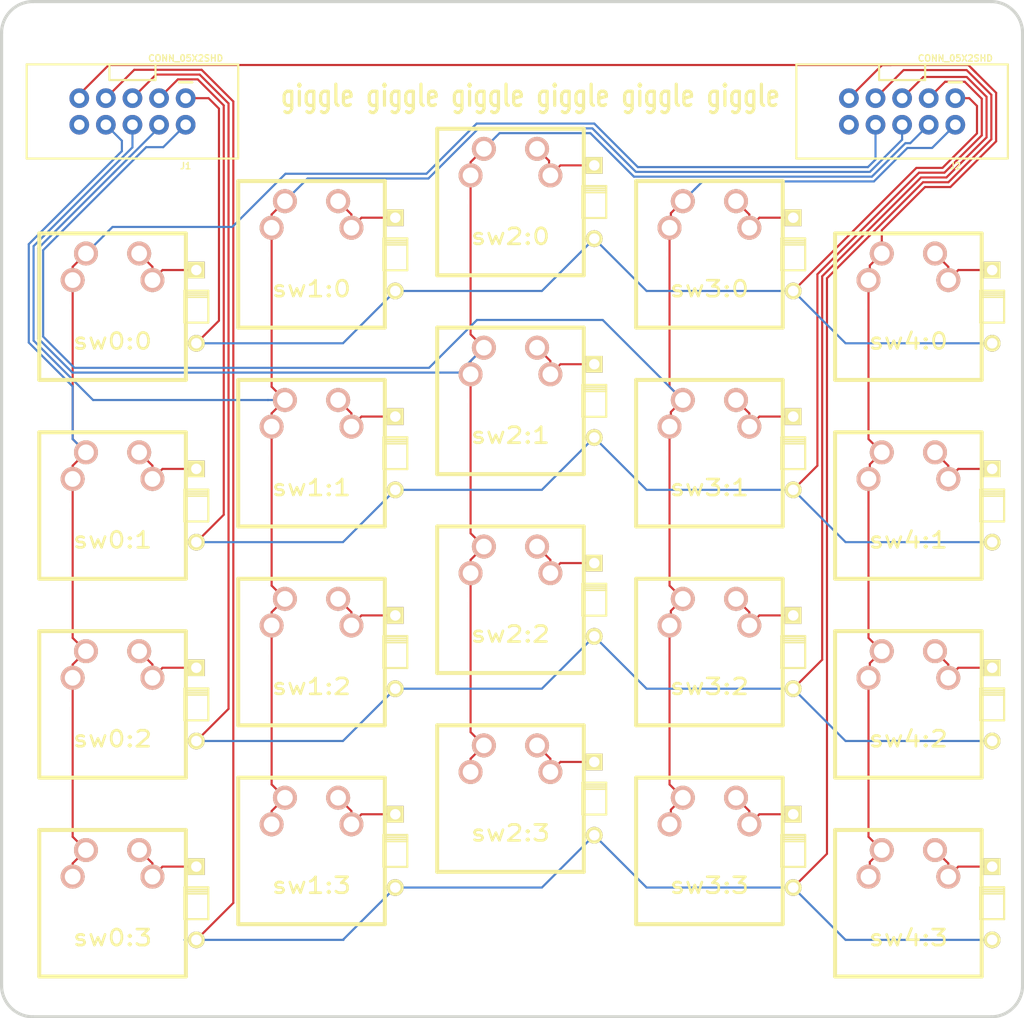
<source format=kicad_pcb>
(kicad_pcb (version 20171130) (host pcbnew "(5.1.2)-2")

  (general
    (thickness 1.6002)
    (drawings 9)
    (tracks 332)
    (zones 0)
    (modules 42)
    (nets 30)
  )

  (page A4)
  (title_block
    (date "14 oct 2019")
  )

  (layers
    (0 Front signal)
    (31 Back signal)
    (32 B.Adhes user)
    (33 F.Adhes user)
    (34 B.Paste user)
    (35 F.Paste user)
    (36 B.SilkS user)
    (37 F.SilkS user)
    (38 B.Mask user)
    (39 F.Mask user)
    (40 Dwgs.User user)
    (41 Cmts.User user)
    (42 Eco1.User user)
    (43 Eco2.User user)
    (44 Edge.Cuts user)
    (45 Margin user)
    (46 B.CrtYd user)
    (47 F.CrtYd user)
  )

  (setup
    (last_trace_width 0.2032)
    (trace_clearance 0.254)
    (zone_clearance 0.508)
    (zone_45_only no)
    (trace_min 0.2032)
    (via_size 0.889)
    (via_drill 0.635)
    (via_min_size 0.889)
    (via_min_drill 0.508)
    (uvia_size 0.508)
    (uvia_drill 0.127)
    (uvias_allowed no)
    (uvia_min_size 0.508)
    (uvia_min_drill 0.127)
    (edge_width 0.381)
    (segment_width 0.381)
    (pcb_text_width 0.3048)
    (pcb_text_size 1.524 2.032)
    (mod_edge_width 0.381)
    (mod_text_size 1.524 1.524)
    (mod_text_width 0.3048)
    (pad_size 1.7526 1.7526)
    (pad_drill 1.0922)
    (pad_to_mask_clearance 0.254)
    (aux_axis_origin 0 0)
    (visible_elements 7FFFFFFF)
    (pcbplotparams
      (layerselection 0x0ffff_ffffffff)
      (usegerberextensions true)
      (usegerberattributes false)
      (usegerberadvancedattributes false)
      (creategerberjobfile false)
      (excludeedgelayer true)
      (linewidth 0.150000)
      (plotframeref false)
      (viasonmask false)
      (mode 1)
      (useauxorigin false)
      (hpglpennumber 1)
      (hpglpenspeed 20)
      (hpglpendiameter 15.000000)
      (psnegative false)
      (psa4output false)
      (plotreference true)
      (plotvalue true)
      (plotinvisibletext false)
      (padsonsilk false)
      (subtractmaskfromsilk false)
      (outputformat 1)
      (mirror false)
      (drillshape 0)
      (scaleselection 1)
      (outputdirectory "giggle-side-gbr/"))
  )

  (net 0 "")
  (net 1 N-row-0)
  (net 2 N-row-1)
  (net 3 N-row-2)
  (net 4 N-row-3)
  (net 5 N-col-0)
  (net 6 N-col-1)
  (net 7 N-col-2)
  (net 8 N-col-3)
  (net 9 N-col-4)
  (net 10 N-diode-0)
  (net 11 N-diode-1)
  (net 12 N-diode-2)
  (net 13 N-diode-3)
  (net 14 N-diode-4)
  (net 15 N-diode-5)
  (net 16 N-diode-6)
  (net 17 N-diode-7)
  (net 18 N-diode-8)
  (net 19 N-diode-9)
  (net 20 N-diode-10)
  (net 21 N-diode-11)
  (net 22 N-diode-12)
  (net 23 N-diode-13)
  (net 24 N-diode-14)
  (net 25 N-diode-15)
  (net 26 N-diode-16)
  (net 27 N-diode-17)
  (net 28 N-diode-18)
  (net 29 N-diode-19)

  (net_class Default "This is the default net class."
    (clearance 0.254)
    (trace_width 0.2032)
    (via_dia 0.889)
    (via_drill 0.635)
    (uvia_dia 0.508)
    (uvia_drill 0.127)
    (add_net N-col-0)
    (add_net N-col-1)
    (add_net N-col-2)
    (add_net N-col-3)
    (add_net N-col-4)
    (add_net N-diode-0)
    (add_net N-diode-1)
    (add_net N-diode-10)
    (add_net N-diode-11)
    (add_net N-diode-12)
    (add_net N-diode-13)
    (add_net N-diode-14)
    (add_net N-diode-15)
    (add_net N-diode-16)
    (add_net N-diode-17)
    (add_net N-diode-18)
    (add_net N-diode-19)
    (add_net N-diode-2)
    (add_net N-diode-3)
    (add_net N-diode-4)
    (add_net N-diode-5)
    (add_net N-diode-6)
    (add_net N-diode-7)
    (add_net N-diode-8)
    (add_net N-diode-9)
    (add_net N-row-0)
    (add_net N-row-1)
    (add_net N-row-2)
    (add_net N-row-3)
  )

  (module connector-shrouded (layer Front) (tedit 200000) (tstamp 0)
    (at 40 38.5 270)
    (descr "PLATED THROUGH HOLE - 2X5 SHROUDED HEADER")
    (tags "PLATED THROUGH HOLE - 2X5 SHROUDED HEADER")
    (attr virtual)
    (fp_text reference J1 (at 5.207 -5.08) (layer F.SilkS)
      (effects (font (size 0.6096 0.6096) (thickness 0.127)))
    )
    (fp_text value CONN_05X2SHD (at -5.08 -5.08) (layer F.SilkS)
      (effects (font (size 0.6096 0.6096) (thickness 0.127)))
    )
    (fp_line (start -1.524 -4.826) (end -1.016 -4.826) (layer Dwgs.User) (width 0.06604))
    (fp_line (start -1.016 -4.826) (end -1.016 -5.334) (layer Dwgs.User) (width 0.06604))
    (fp_line (start -1.524 -5.334) (end -1.016 -5.334) (layer Dwgs.User) (width 0.06604))
    (fp_line (start -1.524 -4.826) (end -1.524 -5.334) (layer Dwgs.User) (width 0.06604))
    (fp_line (start 1.016 -4.826) (end 1.524 -4.826) (layer Dwgs.User) (width 0.06604))
    (fp_line (start 1.524 -4.826) (end 1.524 -5.334) (layer Dwgs.User) (width 0.06604))
    (fp_line (start 1.016 -5.334) (end 1.524 -5.334) (layer Dwgs.User) (width 0.06604))
    (fp_line (start 1.016 -4.826) (end 1.016 -5.334) (layer Dwgs.User) (width 0.06604))
    (fp_line (start 1.016 -2.286) (end 1.524 -2.286) (layer Dwgs.User) (width 0.06604))
    (fp_line (start 1.524 -2.286) (end 1.524 -2.794) (layer Dwgs.User) (width 0.06604))
    (fp_line (start 1.016 -2.794) (end 1.524 -2.794) (layer Dwgs.User) (width 0.06604))
    (fp_line (start 1.016 -2.286) (end 1.016 -2.794) (layer Dwgs.User) (width 0.06604))
    (fp_line (start -1.524 -2.286) (end -1.016 -2.286) (layer Dwgs.User) (width 0.06604))
    (fp_line (start -1.016 -2.286) (end -1.016 -2.794) (layer Dwgs.User) (width 0.06604))
    (fp_line (start -1.524 -2.794) (end -1.016 -2.794) (layer Dwgs.User) (width 0.06604))
    (fp_line (start -1.524 -2.286) (end -1.524 -2.794) (layer Dwgs.User) (width 0.06604))
    (fp_line (start 1.016 0.254) (end 1.524 0.254) (layer Dwgs.User) (width 0.06604))
    (fp_line (start 1.524 0.254) (end 1.524 -0.254) (layer Dwgs.User) (width 0.06604))
    (fp_line (start 1.016 -0.254) (end 1.524 -0.254) (layer Dwgs.User) (width 0.06604))
    (fp_line (start 1.016 0.254) (end 1.016 -0.254) (layer Dwgs.User) (width 0.06604))
    (fp_line (start -1.524 0.254) (end -1.016 0.254) (layer Dwgs.User) (width 0.06604))
    (fp_line (start -1.016 0.254) (end -1.016 -0.254) (layer Dwgs.User) (width 0.06604))
    (fp_line (start -1.524 -0.254) (end -1.016 -0.254) (layer Dwgs.User) (width 0.06604))
    (fp_line (start -1.524 0.254) (end -1.524 -0.254) (layer Dwgs.User) (width 0.06604))
    (fp_line (start 1.016 2.794) (end 1.524 2.794) (layer Dwgs.User) (width 0.06604))
    (fp_line (start 1.524 2.794) (end 1.524 2.286) (layer Dwgs.User) (width 0.06604))
    (fp_line (start 1.016 2.286) (end 1.524 2.286) (layer Dwgs.User) (width 0.06604))
    (fp_line (start 1.016 2.794) (end 1.016 2.286) (layer Dwgs.User) (width 0.06604))
    (fp_line (start -1.524 2.794) (end -1.016 2.794) (layer Dwgs.User) (width 0.06604))
    (fp_line (start -1.016 2.794) (end -1.016 2.286) (layer Dwgs.User) (width 0.06604))
    (fp_line (start -1.524 2.286) (end -1.016 2.286) (layer Dwgs.User) (width 0.06604))
    (fp_line (start -1.524 2.794) (end -1.524 2.286) (layer Dwgs.User) (width 0.06604))
    (fp_line (start 1.016 5.334) (end 1.524 5.334) (layer Dwgs.User) (width 0.06604))
    (fp_line (start 1.524 5.334) (end 1.524 4.826) (layer Dwgs.User) (width 0.06604))
    (fp_line (start 1.016 4.826) (end 1.524 4.826) (layer Dwgs.User) (width 0.06604))
    (fp_line (start 1.016 5.334) (end 1.016 4.826) (layer Dwgs.User) (width 0.06604))
    (fp_line (start -1.524 5.334) (end -1.016 5.334) (layer Dwgs.User) (width 0.06604))
    (fp_line (start -1.016 5.334) (end -1.016 4.826) (layer Dwgs.User) (width 0.06604))
    (fp_line (start -1.524 4.826) (end -1.016 4.826) (layer Dwgs.User) (width 0.06604))
    (fp_line (start -1.524 5.334) (end -1.524 4.826) (layer Dwgs.User) (width 0.06604))
    (fp_line (start -1.524 2.794) (end -1.016 2.794) (layer Dwgs.User) (width 0.06604))
    (fp_line (start -1.016 2.794) (end -1.016 2.286) (layer Dwgs.User) (width 0.06604))
    (fp_line (start -1.524 2.286) (end -1.016 2.286) (layer Dwgs.User) (width 0.06604))
    (fp_line (start -1.524 2.794) (end -1.524 2.286) (layer Dwgs.User) (width 0.06604))
    (fp_line (start 1.016 2.794) (end 1.524 2.794) (layer Dwgs.User) (width 0.06604))
    (fp_line (start 1.524 2.794) (end 1.524 2.286) (layer Dwgs.User) (width 0.06604))
    (fp_line (start 1.016 2.286) (end 1.524 2.286) (layer Dwgs.User) (width 0.06604))
    (fp_line (start 1.016 2.794) (end 1.016 2.286) (layer Dwgs.User) (width 0.06604))
    (fp_line (start -2.77368 -5.715) (end -2.77368 -4.445) (layer F.SilkS) (width 0.2032))
    (fp_line (start 4.49834 -10.09904) (end 4.49834 10.09904) (layer F.SilkS) (width 0.2032))
    (fp_line (start -4.49834 10.09904) (end -4.49834 2.19964) (layer F.SilkS) (width 0.2032))
    (fp_line (start -4.49834 2.19964) (end -4.49834 -2.19964) (layer F.SilkS) (width 0.2032))
    (fp_line (start -4.49834 -2.19964) (end -4.49834 -10.09904) (layer F.SilkS) (width 0.2032))
    (fp_line (start -4.49834 -10.09904) (end 4.39928 -10.09904) (layer F.SilkS) (width 0.2032))
    (fp_line (start 4.49834 10.09904) (end -4.49834 10.09904) (layer F.SilkS) (width 0.2032))
    (fp_line (start -3.39852 -8.99922) (end 3.39852 -8.99922) (layer Dwgs.User) (width 0.2032))
    (fp_line (start 3.39852 -8.99922) (end 3.39852 8.99922) (layer Dwgs.User) (width 0.2032))
    (fp_line (start -3.39852 8.99922) (end 3.39852 8.99922) (layer Dwgs.User) (width 0.2032))
    (fp_line (start -4.49834 -2.19964) (end -2.99974 -2.19964) (layer F.SilkS) (width 0.2032))
    (fp_line (start -2.99974 -2.19964) (end -2.99974 2.19964) (layer F.SilkS) (width 0.2032))
    (fp_line (start -2.99974 2.19964) (end -4.49834 2.19964) (layer F.SilkS) (width 0.2032))
    (fp_line (start -3.39852 -8.99922) (end -3.39852 -2.19964) (layer Dwgs.User) (width 0.2032))
    (fp_line (start -3.39852 8.99922) (end -3.39852 2.19964) (layer Dwgs.User) (width 0.2032))
    (fp_line (start -2.81178 -5.715) (end -2.81178 -4.445) (layer F.SilkS) (width 0.2032))
    (pad 1 thru_hole circle (at -1.27 -5.08) (size 1.8796 1.8796) (drill 1.016) (layers *.Cu *.Mask)
      (net 1 N-row-0) (solder_mask_margin 0.1016))
    (pad 2 thru_hole circle (at 1.27 -5.08) (size 1.8796 1.8796) (drill 1.016) (layers *.Cu *.Mask)
      (net 8 N-col-3) (solder_mask_margin 0.1016))
    (pad 3 thru_hole circle (at -1.27 -2.54) (size 1.8796 1.8796) (drill 1.016) (layers *.Cu *.Mask)
      (net 2 N-row-1) (solder_mask_margin 0.1016))
    (pad 4 thru_hole circle (at 1.27 -2.54) (size 1.8796 1.8796) (drill 1.016) (layers *.Cu *.Mask)
      (net 7 N-col-2) (solder_mask_margin 0.1016))
    (pad 5 thru_hole circle (at -1.27 0) (size 1.8796 1.8796) (drill 1.016) (layers *.Cu *.Mask)
      (net 3 N-row-2) (solder_mask_margin 0.1016))
    (pad 6 thru_hole circle (at 1.27 0) (size 1.8796 1.8796) (drill 1.016) (layers *.Cu *.Mask)
      (net 6 N-col-1) (solder_mask_margin 0.1016))
    (pad 7 thru_hole circle (at -1.27 2.54) (size 1.8796 1.8796) (drill 1.016) (layers *.Cu *.Mask)
      (net 4 N-row-3) (solder_mask_margin 0.1016))
    (pad 8 thru_hole circle (at 1.27 2.54) (size 1.8796 1.8796) (drill 1.016) (layers *.Cu *.Mask)
      (net 5 N-col-0) (solder_mask_margin 0.1016))
    (pad 9 thru_hole circle (at -1.27 5.08) (size 1.8796 1.8796) (drill 1.016) (layers *.Cu *.Mask)
      (net 9 N-col-4) (solder_mask_margin 0.1016))
    (pad 10 thru_hole circle (at 1.27 5.08) (size 1.8796 1.8796) (drill 1.016) (layers *.Cu *.Mask)
      (solder_mask_margin 0.1016))
  )

  (module connector-shrouded (layer Front) (tedit 200000) (tstamp 0)
    (at 113.5 38.5 270)
    (descr "PLATED THROUGH HOLE - 2X5 SHROUDED HEADER")
    (tags "PLATED THROUGH HOLE - 2X5 SHROUDED HEADER")
    (attr virtual)
    (fp_text reference J2 (at 5.207 -5.08) (layer F.SilkS)
      (effects (font (size 0.6096 0.6096) (thickness 0.127)))
    )
    (fp_text value CONN_05X2SHD (at -5.08 -5.08) (layer F.SilkS)
      (effects (font (size 0.6096 0.6096) (thickness 0.127)))
    )
    (fp_line (start -1.524 -4.826) (end -1.016 -4.826) (layer Dwgs.User) (width 0.06604))
    (fp_line (start -1.016 -4.826) (end -1.016 -5.334) (layer Dwgs.User) (width 0.06604))
    (fp_line (start -1.524 -5.334) (end -1.016 -5.334) (layer Dwgs.User) (width 0.06604))
    (fp_line (start -1.524 -4.826) (end -1.524 -5.334) (layer Dwgs.User) (width 0.06604))
    (fp_line (start 1.016 -4.826) (end 1.524 -4.826) (layer Dwgs.User) (width 0.06604))
    (fp_line (start 1.524 -4.826) (end 1.524 -5.334) (layer Dwgs.User) (width 0.06604))
    (fp_line (start 1.016 -5.334) (end 1.524 -5.334) (layer Dwgs.User) (width 0.06604))
    (fp_line (start 1.016 -4.826) (end 1.016 -5.334) (layer Dwgs.User) (width 0.06604))
    (fp_line (start 1.016 -2.286) (end 1.524 -2.286) (layer Dwgs.User) (width 0.06604))
    (fp_line (start 1.524 -2.286) (end 1.524 -2.794) (layer Dwgs.User) (width 0.06604))
    (fp_line (start 1.016 -2.794) (end 1.524 -2.794) (layer Dwgs.User) (width 0.06604))
    (fp_line (start 1.016 -2.286) (end 1.016 -2.794) (layer Dwgs.User) (width 0.06604))
    (fp_line (start -1.524 -2.286) (end -1.016 -2.286) (layer Dwgs.User) (width 0.06604))
    (fp_line (start -1.016 -2.286) (end -1.016 -2.794) (layer Dwgs.User) (width 0.06604))
    (fp_line (start -1.524 -2.794) (end -1.016 -2.794) (layer Dwgs.User) (width 0.06604))
    (fp_line (start -1.524 -2.286) (end -1.524 -2.794) (layer Dwgs.User) (width 0.06604))
    (fp_line (start 1.016 0.254) (end 1.524 0.254) (layer Dwgs.User) (width 0.06604))
    (fp_line (start 1.524 0.254) (end 1.524 -0.254) (layer Dwgs.User) (width 0.06604))
    (fp_line (start 1.016 -0.254) (end 1.524 -0.254) (layer Dwgs.User) (width 0.06604))
    (fp_line (start 1.016 0.254) (end 1.016 -0.254) (layer Dwgs.User) (width 0.06604))
    (fp_line (start -1.524 0.254) (end -1.016 0.254) (layer Dwgs.User) (width 0.06604))
    (fp_line (start -1.016 0.254) (end -1.016 -0.254) (layer Dwgs.User) (width 0.06604))
    (fp_line (start -1.524 -0.254) (end -1.016 -0.254) (layer Dwgs.User) (width 0.06604))
    (fp_line (start -1.524 0.254) (end -1.524 -0.254) (layer Dwgs.User) (width 0.06604))
    (fp_line (start 1.016 2.794) (end 1.524 2.794) (layer Dwgs.User) (width 0.06604))
    (fp_line (start 1.524 2.794) (end 1.524 2.286) (layer Dwgs.User) (width 0.06604))
    (fp_line (start 1.016 2.286) (end 1.524 2.286) (layer Dwgs.User) (width 0.06604))
    (fp_line (start 1.016 2.794) (end 1.016 2.286) (layer Dwgs.User) (width 0.06604))
    (fp_line (start -1.524 2.794) (end -1.016 2.794) (layer Dwgs.User) (width 0.06604))
    (fp_line (start -1.016 2.794) (end -1.016 2.286) (layer Dwgs.User) (width 0.06604))
    (fp_line (start -1.524 2.286) (end -1.016 2.286) (layer Dwgs.User) (width 0.06604))
    (fp_line (start -1.524 2.794) (end -1.524 2.286) (layer Dwgs.User) (width 0.06604))
    (fp_line (start 1.016 5.334) (end 1.524 5.334) (layer Dwgs.User) (width 0.06604))
    (fp_line (start 1.524 5.334) (end 1.524 4.826) (layer Dwgs.User) (width 0.06604))
    (fp_line (start 1.016 4.826) (end 1.524 4.826) (layer Dwgs.User) (width 0.06604))
    (fp_line (start 1.016 5.334) (end 1.016 4.826) (layer Dwgs.User) (width 0.06604))
    (fp_line (start -1.524 5.334) (end -1.016 5.334) (layer Dwgs.User) (width 0.06604))
    (fp_line (start -1.016 5.334) (end -1.016 4.826) (layer Dwgs.User) (width 0.06604))
    (fp_line (start -1.524 4.826) (end -1.016 4.826) (layer Dwgs.User) (width 0.06604))
    (fp_line (start -1.524 5.334) (end -1.524 4.826) (layer Dwgs.User) (width 0.06604))
    (fp_line (start -1.524 2.794) (end -1.016 2.794) (layer Dwgs.User) (width 0.06604))
    (fp_line (start -1.016 2.794) (end -1.016 2.286) (layer Dwgs.User) (width 0.06604))
    (fp_line (start -1.524 2.286) (end -1.016 2.286) (layer Dwgs.User) (width 0.06604))
    (fp_line (start -1.524 2.794) (end -1.524 2.286) (layer Dwgs.User) (width 0.06604))
    (fp_line (start 1.016 2.794) (end 1.524 2.794) (layer Dwgs.User) (width 0.06604))
    (fp_line (start 1.524 2.794) (end 1.524 2.286) (layer Dwgs.User) (width 0.06604))
    (fp_line (start 1.016 2.286) (end 1.524 2.286) (layer Dwgs.User) (width 0.06604))
    (fp_line (start 1.016 2.794) (end 1.016 2.286) (layer Dwgs.User) (width 0.06604))
    (fp_line (start -2.77368 -5.715) (end -2.77368 -4.445) (layer F.SilkS) (width 0.2032))
    (fp_line (start 4.49834 -10.09904) (end 4.49834 10.09904) (layer F.SilkS) (width 0.2032))
    (fp_line (start -4.49834 10.09904) (end -4.49834 2.19964) (layer F.SilkS) (width 0.2032))
    (fp_line (start -4.49834 2.19964) (end -4.49834 -2.19964) (layer F.SilkS) (width 0.2032))
    (fp_line (start -4.49834 -2.19964) (end -4.49834 -10.09904) (layer F.SilkS) (width 0.2032))
    (fp_line (start -4.49834 -10.09904) (end 4.39928 -10.09904) (layer F.SilkS) (width 0.2032))
    (fp_line (start 4.49834 10.09904) (end -4.49834 10.09904) (layer F.SilkS) (width 0.2032))
    (fp_line (start -3.39852 -8.99922) (end 3.39852 -8.99922) (layer Dwgs.User) (width 0.2032))
    (fp_line (start 3.39852 -8.99922) (end 3.39852 8.99922) (layer Dwgs.User) (width 0.2032))
    (fp_line (start -3.39852 8.99922) (end 3.39852 8.99922) (layer Dwgs.User) (width 0.2032))
    (fp_line (start -4.49834 -2.19964) (end -2.99974 -2.19964) (layer F.SilkS) (width 0.2032))
    (fp_line (start -2.99974 -2.19964) (end -2.99974 2.19964) (layer F.SilkS) (width 0.2032))
    (fp_line (start -2.99974 2.19964) (end -4.49834 2.19964) (layer F.SilkS) (width 0.2032))
    (fp_line (start -3.39852 -8.99922) (end -3.39852 -2.19964) (layer Dwgs.User) (width 0.2032))
    (fp_line (start -3.39852 8.99922) (end -3.39852 2.19964) (layer Dwgs.User) (width 0.2032))
    (fp_line (start -2.81178 -5.715) (end -2.81178 -4.445) (layer F.SilkS) (width 0.2032))
    (pad 1 thru_hole circle (at -1.27 -5.08) (size 1.8796 1.8796) (drill 1.016) (layers *.Cu *.Mask)
      (net 1 N-row-0) (solder_mask_margin 0.1016))
    (pad 2 thru_hole circle (at 1.27 -5.08) (size 1.8796 1.8796) (drill 1.016) (layers *.Cu *.Mask)
      (net 8 N-col-3) (solder_mask_margin 0.1016))
    (pad 3 thru_hole circle (at -1.27 -2.54) (size 1.8796 1.8796) (drill 1.016) (layers *.Cu *.Mask)
      (net 2 N-row-1) (solder_mask_margin 0.1016))
    (pad 4 thru_hole circle (at 1.27 -2.54) (size 1.8796 1.8796) (drill 1.016) (layers *.Cu *.Mask)
      (net 7 N-col-2) (solder_mask_margin 0.1016))
    (pad 5 thru_hole circle (at -1.27 0) (size 1.8796 1.8796) (drill 1.016) (layers *.Cu *.Mask)
      (net 3 N-row-2) (solder_mask_margin 0.1016))
    (pad 6 thru_hole circle (at 1.27 0) (size 1.8796 1.8796) (drill 1.016) (layers *.Cu *.Mask)
      (net 6 N-col-1) (solder_mask_margin 0.1016))
    (pad 7 thru_hole circle (at -1.27 2.54) (size 1.8796 1.8796) (drill 1.016) (layers *.Cu *.Mask)
      (net 4 N-row-3) (solder_mask_margin 0.1016))
    (pad 8 thru_hole circle (at 1.27 2.54) (size 1.8796 1.8796) (drill 1.016) (layers *.Cu *.Mask)
      (net 5 N-col-0) (solder_mask_margin 0.1016))
    (pad 9 thru_hole circle (at -1.27 5.08) (size 1.8796 1.8796) (drill 1.016) (layers *.Cu *.Mask)
      (net 9 N-col-4) (solder_mask_margin 0.1016))
    (pad 10 thru_hole circle (at 1.27 5.08) (size 1.8796 1.8796) (drill 1.016) (layers *.Cu *.Mask)
      (solder_mask_margin 0.1016))
  )

  (module MX_FLIP (layer Front) (tedit 4FD81CDD) (tstamp 543EF801)
    (at 38.1 57.15)
    (path /543DB910)
    (fp_text reference sw0:0 (at 0 3.302) (layer F.SilkS)
      (effects (font (size 1.524 1.778) (thickness 0.254)))
    )
    (fp_text value "" (at 0 0) (layer F.SilkS)
      (effects (font (size 1.27 1.27) (thickness 0.15)))
    )
    (fp_line (start -7 -7) (end 7 -7) (layer F.SilkS) (width 0.381))
    (fp_line (start 7 -7) (end 7 7) (layer F.SilkS) (width 0.381))
    (fp_line (start 7 7) (end -7 7) (layer F.SilkS) (width 0.381))
    (fp_line (start -7 7) (end -7 -7) (layer F.SilkS) (width 0.381))
    (pad 0 np_thru_hole circle (at 0 0) (size 3.9878 3.9878) (drill 3.9878) (layers *.Cu *.Mask))
    (pad 0 np_thru_hole circle (at -5.08 0) (size 1.7018 1.7018) (drill 1.7018) (layers *.Cu *.Mask))
    (pad 0 np_thru_hole circle (at 5.08 0) (size 1.7018 1.7018) (drill 1.7018) (layers *.Cu *.Mask))
    (pad 1 thru_hole circle (at 2.54 -5.08) (size 2.286 2.286) (drill 1.4986) (layers *.Cu *.SilkS *.Mask)
      (net 10 N-diode-0))
    (pad 1 thru_hole circle (at 3.81 -2.54) (size 2.286 2.286) (drill 1.4986) (layers *.Cu *.SilkS *.Mask)
      (net 10 N-diode-0))
    (pad 2 thru_hole circle (at -2.54 -5.08) (size 2.286 2.286) (drill 1.4986) (layers *.Cu *.SilkS *.Mask)
      (net 5 N-col-0))
    (pad 2 thru_hole circle (at -3.81 -2.54) (size 2.286 2.286) (drill 1.4986) (layers *.Cu *.SilkS *.Mask)
      (net 5 N-col-0))
  )

  (module DIODE (layer Front) (tedit 4E0F7A99) (tstamp 543EF854)
    (at 46.1 57.15 90)
    (path /543DB90F)
    (fp_text reference d0:0 (at 0 0) (layer F.SilkS) hide
      (effects (font (size 1.016 1.016) (thickness 0.2032)))
    )
    (fp_text value "" (at 0 0 90) (layer F.SilkS)
      (effects (font (size 1.27 1.27) (thickness 0.15)))
    )
    (fp_line (start 0.9 1.1) (end 0.9 -1.1) (layer F.SilkS) (width 0.15))
    (fp_line (start 1.1 -1.1) (end 1.1 1.1) (layer F.SilkS) (width 0.15))
    (fp_line (start 1.3 -1) (end 1.3 -1.1) (layer F.SilkS) (width 0.15))
    (fp_line (start 1.3 -1.1) (end 1.3 -1) (layer F.SilkS) (width 0.15))
    (fp_line (start 1.3 1.1) (end 1.3 -1) (layer F.SilkS) (width 0.15))
    (fp_line (start -1.524 -1.143) (end 1.524 -1.143) (layer F.SilkS) (width 0.2032))
    (fp_line (start 1.524 -1.143) (end 1.524 1.143) (layer F.SilkS) (width 0.2032))
    (fp_line (start 1.524 1.143) (end -1.524 1.143) (layer F.SilkS) (width 0.2032))
    (fp_line (start -1.524 1.143) (end -1.524 -1.143) (layer F.SilkS) (width 0.2032))
    (pad 1 thru_hole rect (at 3.5 0 90) (size 1.6 1.6) (drill 1) (layers *.Cu *.Mask F.SilkS)
      (net 10 N-diode-0))
    (pad 2 thru_hole circle (at -3.5 0 90) (size 1.6 1.6) (drill 1) (layers *.Cu *.Mask F.SilkS)
      (net 1 N-row-0))
  )

  (module MX_FLIP (layer Front) (tedit 4FD81CDD) (tstamp 543EF801)
    (at 38.1 76.15)
    (path /543DB910)
    (fp_text reference sw0:1 (at 0 3.302) (layer F.SilkS)
      (effects (font (size 1.524 1.778) (thickness 0.254)))
    )
    (fp_text value "" (at 0 0) (layer F.SilkS)
      (effects (font (size 1.27 1.27) (thickness 0.15)))
    )
    (fp_line (start -7 -7) (end 7 -7) (layer F.SilkS) (width 0.381))
    (fp_line (start 7 -7) (end 7 7) (layer F.SilkS) (width 0.381))
    (fp_line (start 7 7) (end -7 7) (layer F.SilkS) (width 0.381))
    (fp_line (start -7 7) (end -7 -7) (layer F.SilkS) (width 0.381))
    (pad 0 np_thru_hole circle (at 0 0) (size 3.9878 3.9878) (drill 3.9878) (layers *.Cu *.Mask))
    (pad 0 np_thru_hole circle (at -5.08 0) (size 1.7018 1.7018) (drill 1.7018) (layers *.Cu *.Mask))
    (pad 0 np_thru_hole circle (at 5.08 0) (size 1.7018 1.7018) (drill 1.7018) (layers *.Cu *.Mask))
    (pad 1 thru_hole circle (at 2.54 -5.08) (size 2.286 2.286) (drill 1.4986) (layers *.Cu *.SilkS *.Mask)
      (net 11 N-diode-1))
    (pad 1 thru_hole circle (at 3.81 -2.54) (size 2.286 2.286) (drill 1.4986) (layers *.Cu *.SilkS *.Mask)
      (net 11 N-diode-1))
    (pad 2 thru_hole circle (at -2.54 -5.08) (size 2.286 2.286) (drill 1.4986) (layers *.Cu *.SilkS *.Mask)
      (net 5 N-col-0))
    (pad 2 thru_hole circle (at -3.81 -2.54) (size 2.286 2.286) (drill 1.4986) (layers *.Cu *.SilkS *.Mask)
      (net 5 N-col-0))
  )

  (module DIODE (layer Front) (tedit 4E0F7A99) (tstamp 543EF854)
    (at 46.1 76.15 90)
    (path /543DB90F)
    (fp_text reference d0:1 (at 0 0) (layer F.SilkS) hide
      (effects (font (size 1.016 1.016) (thickness 0.2032)))
    )
    (fp_text value "" (at 0 0 90) (layer F.SilkS)
      (effects (font (size 1.27 1.27) (thickness 0.15)))
    )
    (fp_line (start 0.9 1.1) (end 0.9 -1.1) (layer F.SilkS) (width 0.15))
    (fp_line (start 1.1 -1.1) (end 1.1 1.1) (layer F.SilkS) (width 0.15))
    (fp_line (start 1.3 -1) (end 1.3 -1.1) (layer F.SilkS) (width 0.15))
    (fp_line (start 1.3 -1.1) (end 1.3 -1) (layer F.SilkS) (width 0.15))
    (fp_line (start 1.3 1.1) (end 1.3 -1) (layer F.SilkS) (width 0.15))
    (fp_line (start -1.524 -1.143) (end 1.524 -1.143) (layer F.SilkS) (width 0.2032))
    (fp_line (start 1.524 -1.143) (end 1.524 1.143) (layer F.SilkS) (width 0.2032))
    (fp_line (start 1.524 1.143) (end -1.524 1.143) (layer F.SilkS) (width 0.2032))
    (fp_line (start -1.524 1.143) (end -1.524 -1.143) (layer F.SilkS) (width 0.2032))
    (pad 1 thru_hole rect (at 3.5 0 90) (size 1.6 1.6) (drill 1) (layers *.Cu *.Mask F.SilkS)
      (net 11 N-diode-1))
    (pad 2 thru_hole circle (at -3.5 0 90) (size 1.6 1.6) (drill 1) (layers *.Cu *.Mask F.SilkS)
      (net 2 N-row-1))
  )

  (module MX_FLIP (layer Front) (tedit 4FD81CDD) (tstamp 543EF801)
    (at 38.1 95.15)
    (path /543DB910)
    (fp_text reference sw0:2 (at 0 3.302) (layer F.SilkS)
      (effects (font (size 1.524 1.778) (thickness 0.254)))
    )
    (fp_text value "" (at 0 0) (layer F.SilkS)
      (effects (font (size 1.27 1.27) (thickness 0.15)))
    )
    (fp_line (start -7 -7) (end 7 -7) (layer F.SilkS) (width 0.381))
    (fp_line (start 7 -7) (end 7 7) (layer F.SilkS) (width 0.381))
    (fp_line (start 7 7) (end -7 7) (layer F.SilkS) (width 0.381))
    (fp_line (start -7 7) (end -7 -7) (layer F.SilkS) (width 0.381))
    (pad 0 np_thru_hole circle (at 0 0) (size 3.9878 3.9878) (drill 3.9878) (layers *.Cu *.Mask))
    (pad 0 np_thru_hole circle (at -5.08 0) (size 1.7018 1.7018) (drill 1.7018) (layers *.Cu *.Mask))
    (pad 0 np_thru_hole circle (at 5.08 0) (size 1.7018 1.7018) (drill 1.7018) (layers *.Cu *.Mask))
    (pad 1 thru_hole circle (at 2.54 -5.08) (size 2.286 2.286) (drill 1.4986) (layers *.Cu *.SilkS *.Mask)
      (net 12 N-diode-2))
    (pad 1 thru_hole circle (at 3.81 -2.54) (size 2.286 2.286) (drill 1.4986) (layers *.Cu *.SilkS *.Mask)
      (net 12 N-diode-2))
    (pad 2 thru_hole circle (at -2.54 -5.08) (size 2.286 2.286) (drill 1.4986) (layers *.Cu *.SilkS *.Mask)
      (net 5 N-col-0))
    (pad 2 thru_hole circle (at -3.81 -2.54) (size 2.286 2.286) (drill 1.4986) (layers *.Cu *.SilkS *.Mask)
      (net 5 N-col-0))
  )

  (module DIODE (layer Front) (tedit 4E0F7A99) (tstamp 543EF854)
    (at 46.1 95.15 90)
    (path /543DB90F)
    (fp_text reference d0:2 (at 0 0) (layer F.SilkS) hide
      (effects (font (size 1.016 1.016) (thickness 0.2032)))
    )
    (fp_text value "" (at 0 0 90) (layer F.SilkS)
      (effects (font (size 1.27 1.27) (thickness 0.15)))
    )
    (fp_line (start 0.9 1.1) (end 0.9 -1.1) (layer F.SilkS) (width 0.15))
    (fp_line (start 1.1 -1.1) (end 1.1 1.1) (layer F.SilkS) (width 0.15))
    (fp_line (start 1.3 -1) (end 1.3 -1.1) (layer F.SilkS) (width 0.15))
    (fp_line (start 1.3 -1.1) (end 1.3 -1) (layer F.SilkS) (width 0.15))
    (fp_line (start 1.3 1.1) (end 1.3 -1) (layer F.SilkS) (width 0.15))
    (fp_line (start -1.524 -1.143) (end 1.524 -1.143) (layer F.SilkS) (width 0.2032))
    (fp_line (start 1.524 -1.143) (end 1.524 1.143) (layer F.SilkS) (width 0.2032))
    (fp_line (start 1.524 1.143) (end -1.524 1.143) (layer F.SilkS) (width 0.2032))
    (fp_line (start -1.524 1.143) (end -1.524 -1.143) (layer F.SilkS) (width 0.2032))
    (pad 1 thru_hole rect (at 3.5 0 90) (size 1.6 1.6) (drill 1) (layers *.Cu *.Mask F.SilkS)
      (net 12 N-diode-2))
    (pad 2 thru_hole circle (at -3.5 0 90) (size 1.6 1.6) (drill 1) (layers *.Cu *.Mask F.SilkS)
      (net 3 N-row-2))
  )

  (module MX_FLIP (layer Front) (tedit 4FD81CDD) (tstamp 543EF801)
    (at 38.1 114.15)
    (path /543DB910)
    (fp_text reference sw0:3 (at 0 3.302) (layer F.SilkS)
      (effects (font (size 1.524 1.778) (thickness 0.254)))
    )
    (fp_text value "" (at 0 0) (layer F.SilkS)
      (effects (font (size 1.27 1.27) (thickness 0.15)))
    )
    (fp_line (start -7 -7) (end 7 -7) (layer F.SilkS) (width 0.381))
    (fp_line (start 7 -7) (end 7 7) (layer F.SilkS) (width 0.381))
    (fp_line (start 7 7) (end -7 7) (layer F.SilkS) (width 0.381))
    (fp_line (start -7 7) (end -7 -7) (layer F.SilkS) (width 0.381))
    (pad 0 np_thru_hole circle (at 0 0) (size 3.9878 3.9878) (drill 3.9878) (layers *.Cu *.Mask))
    (pad 0 np_thru_hole circle (at -5.08 0) (size 1.7018 1.7018) (drill 1.7018) (layers *.Cu *.Mask))
    (pad 0 np_thru_hole circle (at 5.08 0) (size 1.7018 1.7018) (drill 1.7018) (layers *.Cu *.Mask))
    (pad 1 thru_hole circle (at 2.54 -5.08) (size 2.286 2.286) (drill 1.4986) (layers *.Cu *.SilkS *.Mask)
      (net 13 N-diode-3))
    (pad 1 thru_hole circle (at 3.81 -2.54) (size 2.286 2.286) (drill 1.4986) (layers *.Cu *.SilkS *.Mask)
      (net 13 N-diode-3))
    (pad 2 thru_hole circle (at -2.54 -5.08) (size 2.286 2.286) (drill 1.4986) (layers *.Cu *.SilkS *.Mask)
      (net 5 N-col-0))
    (pad 2 thru_hole circle (at -3.81 -2.54) (size 2.286 2.286) (drill 1.4986) (layers *.Cu *.SilkS *.Mask)
      (net 5 N-col-0))
  )

  (module DIODE (layer Front) (tedit 4E0F7A99) (tstamp 543EF854)
    (at 46.1 114.15 90)
    (path /543DB90F)
    (fp_text reference d0:3 (at 0 0) (layer F.SilkS) hide
      (effects (font (size 1.016 1.016) (thickness 0.2032)))
    )
    (fp_text value "" (at 0 0 90) (layer F.SilkS)
      (effects (font (size 1.27 1.27) (thickness 0.15)))
    )
    (fp_line (start 0.9 1.1) (end 0.9 -1.1) (layer F.SilkS) (width 0.15))
    (fp_line (start 1.1 -1.1) (end 1.1 1.1) (layer F.SilkS) (width 0.15))
    (fp_line (start 1.3 -1) (end 1.3 -1.1) (layer F.SilkS) (width 0.15))
    (fp_line (start 1.3 -1.1) (end 1.3 -1) (layer F.SilkS) (width 0.15))
    (fp_line (start 1.3 1.1) (end 1.3 -1) (layer F.SilkS) (width 0.15))
    (fp_line (start -1.524 -1.143) (end 1.524 -1.143) (layer F.SilkS) (width 0.2032))
    (fp_line (start 1.524 -1.143) (end 1.524 1.143) (layer F.SilkS) (width 0.2032))
    (fp_line (start 1.524 1.143) (end -1.524 1.143) (layer F.SilkS) (width 0.2032))
    (fp_line (start -1.524 1.143) (end -1.524 -1.143) (layer F.SilkS) (width 0.2032))
    (pad 1 thru_hole rect (at 3.5 0 90) (size 1.6 1.6) (drill 1) (layers *.Cu *.Mask F.SilkS)
      (net 13 N-diode-3))
    (pad 2 thru_hole circle (at -3.5 0 90) (size 1.6 1.6) (drill 1) (layers *.Cu *.Mask F.SilkS)
      (net 4 N-row-3))
  )

  (module MX_FLIP (layer Front) (tedit 4FD81CDD) (tstamp 543EF801)
    (at 57.1 52.15)
    (path /543DB910)
    (fp_text reference sw1:0 (at 0 3.302) (layer F.SilkS)
      (effects (font (size 1.524 1.778) (thickness 0.254)))
    )
    (fp_text value "" (at 0 0) (layer F.SilkS)
      (effects (font (size 1.27 1.27) (thickness 0.15)))
    )
    (fp_line (start -7 -7) (end 7 -7) (layer F.SilkS) (width 0.381))
    (fp_line (start 7 -7) (end 7 7) (layer F.SilkS) (width 0.381))
    (fp_line (start 7 7) (end -7 7) (layer F.SilkS) (width 0.381))
    (fp_line (start -7 7) (end -7 -7) (layer F.SilkS) (width 0.381))
    (pad 0 np_thru_hole circle (at 0 0) (size 3.9878 3.9878) (drill 3.9878) (layers *.Cu *.Mask))
    (pad 0 np_thru_hole circle (at -5.08 0) (size 1.7018 1.7018) (drill 1.7018) (layers *.Cu *.Mask))
    (pad 0 np_thru_hole circle (at 5.08 0) (size 1.7018 1.7018) (drill 1.7018) (layers *.Cu *.Mask))
    (pad 1 thru_hole circle (at 2.54 -5.08) (size 2.286 2.286) (drill 1.4986) (layers *.Cu *.SilkS *.Mask)
      (net 14 N-diode-4))
    (pad 1 thru_hole circle (at 3.81 -2.54) (size 2.286 2.286) (drill 1.4986) (layers *.Cu *.SilkS *.Mask)
      (net 14 N-diode-4))
    (pad 2 thru_hole circle (at -2.54 -5.08) (size 2.286 2.286) (drill 1.4986) (layers *.Cu *.SilkS *.Mask)
      (net 6 N-col-1))
    (pad 2 thru_hole circle (at -3.81 -2.54) (size 2.286 2.286) (drill 1.4986) (layers *.Cu *.SilkS *.Mask)
      (net 6 N-col-1))
  )

  (module DIODE (layer Front) (tedit 4E0F7A99) (tstamp 543EF854)
    (at 65.1 52.15 90)
    (path /543DB90F)
    (fp_text reference d1:0 (at 0 0) (layer F.SilkS) hide
      (effects (font (size 1.016 1.016) (thickness 0.2032)))
    )
    (fp_text value "" (at 0 0 90) (layer F.SilkS)
      (effects (font (size 1.27 1.27) (thickness 0.15)))
    )
    (fp_line (start 0.9 1.1) (end 0.9 -1.1) (layer F.SilkS) (width 0.15))
    (fp_line (start 1.1 -1.1) (end 1.1 1.1) (layer F.SilkS) (width 0.15))
    (fp_line (start 1.3 -1) (end 1.3 -1.1) (layer F.SilkS) (width 0.15))
    (fp_line (start 1.3 -1.1) (end 1.3 -1) (layer F.SilkS) (width 0.15))
    (fp_line (start 1.3 1.1) (end 1.3 -1) (layer F.SilkS) (width 0.15))
    (fp_line (start -1.524 -1.143) (end 1.524 -1.143) (layer F.SilkS) (width 0.2032))
    (fp_line (start 1.524 -1.143) (end 1.524 1.143) (layer F.SilkS) (width 0.2032))
    (fp_line (start 1.524 1.143) (end -1.524 1.143) (layer F.SilkS) (width 0.2032))
    (fp_line (start -1.524 1.143) (end -1.524 -1.143) (layer F.SilkS) (width 0.2032))
    (pad 1 thru_hole rect (at 3.5 0 90) (size 1.6 1.6) (drill 1) (layers *.Cu *.Mask F.SilkS)
      (net 14 N-diode-4))
    (pad 2 thru_hole circle (at -3.5 0 90) (size 1.6 1.6) (drill 1) (layers *.Cu *.Mask F.SilkS)
      (net 1 N-row-0))
  )

  (module MX_FLIP (layer Front) (tedit 4FD81CDD) (tstamp 543EF801)
    (at 57.1 71.15)
    (path /543DB910)
    (fp_text reference sw1:1 (at 0 3.302) (layer F.SilkS)
      (effects (font (size 1.524 1.778) (thickness 0.254)))
    )
    (fp_text value "" (at 0 0) (layer F.SilkS)
      (effects (font (size 1.27 1.27) (thickness 0.15)))
    )
    (fp_line (start -7 -7) (end 7 -7) (layer F.SilkS) (width 0.381))
    (fp_line (start 7 -7) (end 7 7) (layer F.SilkS) (width 0.381))
    (fp_line (start 7 7) (end -7 7) (layer F.SilkS) (width 0.381))
    (fp_line (start -7 7) (end -7 -7) (layer F.SilkS) (width 0.381))
    (pad 0 np_thru_hole circle (at 0 0) (size 3.9878 3.9878) (drill 3.9878) (layers *.Cu *.Mask))
    (pad 0 np_thru_hole circle (at -5.08 0) (size 1.7018 1.7018) (drill 1.7018) (layers *.Cu *.Mask))
    (pad 0 np_thru_hole circle (at 5.08 0) (size 1.7018 1.7018) (drill 1.7018) (layers *.Cu *.Mask))
    (pad 1 thru_hole circle (at 2.54 -5.08) (size 2.286 2.286) (drill 1.4986) (layers *.Cu *.SilkS *.Mask)
      (net 15 N-diode-5))
    (pad 1 thru_hole circle (at 3.81 -2.54) (size 2.286 2.286) (drill 1.4986) (layers *.Cu *.SilkS *.Mask)
      (net 15 N-diode-5))
    (pad 2 thru_hole circle (at -2.54 -5.08) (size 2.286 2.286) (drill 1.4986) (layers *.Cu *.SilkS *.Mask)
      (net 6 N-col-1))
    (pad 2 thru_hole circle (at -3.81 -2.54) (size 2.286 2.286) (drill 1.4986) (layers *.Cu *.SilkS *.Mask)
      (net 6 N-col-1))
  )

  (module DIODE (layer Front) (tedit 4E0F7A99) (tstamp 543EF854)
    (at 65.1 71.15 90)
    (path /543DB90F)
    (fp_text reference d1:1 (at 0 0) (layer F.SilkS) hide
      (effects (font (size 1.016 1.016) (thickness 0.2032)))
    )
    (fp_text value "" (at 0 0 90) (layer F.SilkS)
      (effects (font (size 1.27 1.27) (thickness 0.15)))
    )
    (fp_line (start 0.9 1.1) (end 0.9 -1.1) (layer F.SilkS) (width 0.15))
    (fp_line (start 1.1 -1.1) (end 1.1 1.1) (layer F.SilkS) (width 0.15))
    (fp_line (start 1.3 -1) (end 1.3 -1.1) (layer F.SilkS) (width 0.15))
    (fp_line (start 1.3 -1.1) (end 1.3 -1) (layer F.SilkS) (width 0.15))
    (fp_line (start 1.3 1.1) (end 1.3 -1) (layer F.SilkS) (width 0.15))
    (fp_line (start -1.524 -1.143) (end 1.524 -1.143) (layer F.SilkS) (width 0.2032))
    (fp_line (start 1.524 -1.143) (end 1.524 1.143) (layer F.SilkS) (width 0.2032))
    (fp_line (start 1.524 1.143) (end -1.524 1.143) (layer F.SilkS) (width 0.2032))
    (fp_line (start -1.524 1.143) (end -1.524 -1.143) (layer F.SilkS) (width 0.2032))
    (pad 1 thru_hole rect (at 3.5 0 90) (size 1.6 1.6) (drill 1) (layers *.Cu *.Mask F.SilkS)
      (net 15 N-diode-5))
    (pad 2 thru_hole circle (at -3.5 0 90) (size 1.6 1.6) (drill 1) (layers *.Cu *.Mask F.SilkS)
      (net 2 N-row-1))
  )

  (module MX_FLIP (layer Front) (tedit 4FD81CDD) (tstamp 543EF801)
    (at 57.1 90.15)
    (path /543DB910)
    (fp_text reference sw1:2 (at 0 3.302) (layer F.SilkS)
      (effects (font (size 1.524 1.778) (thickness 0.254)))
    )
    (fp_text value "" (at 0 0) (layer F.SilkS)
      (effects (font (size 1.27 1.27) (thickness 0.15)))
    )
    (fp_line (start -7 -7) (end 7 -7) (layer F.SilkS) (width 0.381))
    (fp_line (start 7 -7) (end 7 7) (layer F.SilkS) (width 0.381))
    (fp_line (start 7 7) (end -7 7) (layer F.SilkS) (width 0.381))
    (fp_line (start -7 7) (end -7 -7) (layer F.SilkS) (width 0.381))
    (pad 0 np_thru_hole circle (at 0 0) (size 3.9878 3.9878) (drill 3.9878) (layers *.Cu *.Mask))
    (pad 0 np_thru_hole circle (at -5.08 0) (size 1.7018 1.7018) (drill 1.7018) (layers *.Cu *.Mask))
    (pad 0 np_thru_hole circle (at 5.08 0) (size 1.7018 1.7018) (drill 1.7018) (layers *.Cu *.Mask))
    (pad 1 thru_hole circle (at 2.54 -5.08) (size 2.286 2.286) (drill 1.4986) (layers *.Cu *.SilkS *.Mask)
      (net 16 N-diode-6))
    (pad 1 thru_hole circle (at 3.81 -2.54) (size 2.286 2.286) (drill 1.4986) (layers *.Cu *.SilkS *.Mask)
      (net 16 N-diode-6))
    (pad 2 thru_hole circle (at -2.54 -5.08) (size 2.286 2.286) (drill 1.4986) (layers *.Cu *.SilkS *.Mask)
      (net 6 N-col-1))
    (pad 2 thru_hole circle (at -3.81 -2.54) (size 2.286 2.286) (drill 1.4986) (layers *.Cu *.SilkS *.Mask)
      (net 6 N-col-1))
  )

  (module DIODE (layer Front) (tedit 4E0F7A99) (tstamp 543EF854)
    (at 65.1 90.15 90)
    (path /543DB90F)
    (fp_text reference d1:2 (at 0 0) (layer F.SilkS) hide
      (effects (font (size 1.016 1.016) (thickness 0.2032)))
    )
    (fp_text value "" (at 0 0 90) (layer F.SilkS)
      (effects (font (size 1.27 1.27) (thickness 0.15)))
    )
    (fp_line (start 0.9 1.1) (end 0.9 -1.1) (layer F.SilkS) (width 0.15))
    (fp_line (start 1.1 -1.1) (end 1.1 1.1) (layer F.SilkS) (width 0.15))
    (fp_line (start 1.3 -1) (end 1.3 -1.1) (layer F.SilkS) (width 0.15))
    (fp_line (start 1.3 -1.1) (end 1.3 -1) (layer F.SilkS) (width 0.15))
    (fp_line (start 1.3 1.1) (end 1.3 -1) (layer F.SilkS) (width 0.15))
    (fp_line (start -1.524 -1.143) (end 1.524 -1.143) (layer F.SilkS) (width 0.2032))
    (fp_line (start 1.524 -1.143) (end 1.524 1.143) (layer F.SilkS) (width 0.2032))
    (fp_line (start 1.524 1.143) (end -1.524 1.143) (layer F.SilkS) (width 0.2032))
    (fp_line (start -1.524 1.143) (end -1.524 -1.143) (layer F.SilkS) (width 0.2032))
    (pad 1 thru_hole rect (at 3.5 0 90) (size 1.6 1.6) (drill 1) (layers *.Cu *.Mask F.SilkS)
      (net 16 N-diode-6))
    (pad 2 thru_hole circle (at -3.5 0 90) (size 1.6 1.6) (drill 1) (layers *.Cu *.Mask F.SilkS)
      (net 3 N-row-2))
  )

  (module MX_FLIP (layer Front) (tedit 4FD81CDD) (tstamp 543EF801)
    (at 57.1 109.15)
    (path /543DB910)
    (fp_text reference sw1:3 (at 0 3.302) (layer F.SilkS)
      (effects (font (size 1.524 1.778) (thickness 0.254)))
    )
    (fp_text value "" (at 0 0) (layer F.SilkS)
      (effects (font (size 1.27 1.27) (thickness 0.15)))
    )
    (fp_line (start -7 -7) (end 7 -7) (layer F.SilkS) (width 0.381))
    (fp_line (start 7 -7) (end 7 7) (layer F.SilkS) (width 0.381))
    (fp_line (start 7 7) (end -7 7) (layer F.SilkS) (width 0.381))
    (fp_line (start -7 7) (end -7 -7) (layer F.SilkS) (width 0.381))
    (pad 0 np_thru_hole circle (at 0 0) (size 3.9878 3.9878) (drill 3.9878) (layers *.Cu *.Mask))
    (pad 0 np_thru_hole circle (at -5.08 0) (size 1.7018 1.7018) (drill 1.7018) (layers *.Cu *.Mask))
    (pad 0 np_thru_hole circle (at 5.08 0) (size 1.7018 1.7018) (drill 1.7018) (layers *.Cu *.Mask))
    (pad 1 thru_hole circle (at 2.54 -5.08) (size 2.286 2.286) (drill 1.4986) (layers *.Cu *.SilkS *.Mask)
      (net 17 N-diode-7))
    (pad 1 thru_hole circle (at 3.81 -2.54) (size 2.286 2.286) (drill 1.4986) (layers *.Cu *.SilkS *.Mask)
      (net 17 N-diode-7))
    (pad 2 thru_hole circle (at -2.54 -5.08) (size 2.286 2.286) (drill 1.4986) (layers *.Cu *.SilkS *.Mask)
      (net 6 N-col-1))
    (pad 2 thru_hole circle (at -3.81 -2.54) (size 2.286 2.286) (drill 1.4986) (layers *.Cu *.SilkS *.Mask)
      (net 6 N-col-1))
  )

  (module DIODE (layer Front) (tedit 4E0F7A99) (tstamp 543EF854)
    (at 65.1 109.15 90)
    (path /543DB90F)
    (fp_text reference d1:3 (at 0 0) (layer F.SilkS) hide
      (effects (font (size 1.016 1.016) (thickness 0.2032)))
    )
    (fp_text value "" (at 0 0 90) (layer F.SilkS)
      (effects (font (size 1.27 1.27) (thickness 0.15)))
    )
    (fp_line (start 0.9 1.1) (end 0.9 -1.1) (layer F.SilkS) (width 0.15))
    (fp_line (start 1.1 -1.1) (end 1.1 1.1) (layer F.SilkS) (width 0.15))
    (fp_line (start 1.3 -1) (end 1.3 -1.1) (layer F.SilkS) (width 0.15))
    (fp_line (start 1.3 -1.1) (end 1.3 -1) (layer F.SilkS) (width 0.15))
    (fp_line (start 1.3 1.1) (end 1.3 -1) (layer F.SilkS) (width 0.15))
    (fp_line (start -1.524 -1.143) (end 1.524 -1.143) (layer F.SilkS) (width 0.2032))
    (fp_line (start 1.524 -1.143) (end 1.524 1.143) (layer F.SilkS) (width 0.2032))
    (fp_line (start 1.524 1.143) (end -1.524 1.143) (layer F.SilkS) (width 0.2032))
    (fp_line (start -1.524 1.143) (end -1.524 -1.143) (layer F.SilkS) (width 0.2032))
    (pad 1 thru_hole rect (at 3.5 0 90) (size 1.6 1.6) (drill 1) (layers *.Cu *.Mask F.SilkS)
      (net 17 N-diode-7))
    (pad 2 thru_hole circle (at -3.5 0 90) (size 1.6 1.6) (drill 1) (layers *.Cu *.Mask F.SilkS)
      (net 4 N-row-3))
  )

  (module MX_FLIP (layer Front) (tedit 4FD81CDD) (tstamp 543EF801)
    (at 76.1 47.15)
    (path /543DB910)
    (fp_text reference sw2:0 (at 0 3.302) (layer F.SilkS)
      (effects (font (size 1.524 1.778) (thickness 0.254)))
    )
    (fp_text value "" (at 0 0) (layer F.SilkS)
      (effects (font (size 1.27 1.27) (thickness 0.15)))
    )
    (fp_line (start -7 -7) (end 7 -7) (layer F.SilkS) (width 0.381))
    (fp_line (start 7 -7) (end 7 7) (layer F.SilkS) (width 0.381))
    (fp_line (start 7 7) (end -7 7) (layer F.SilkS) (width 0.381))
    (fp_line (start -7 7) (end -7 -7) (layer F.SilkS) (width 0.381))
    (pad 0 np_thru_hole circle (at 0 0) (size 3.9878 3.9878) (drill 3.9878) (layers *.Cu *.Mask))
    (pad 0 np_thru_hole circle (at -5.08 0) (size 1.7018 1.7018) (drill 1.7018) (layers *.Cu *.Mask))
    (pad 0 np_thru_hole circle (at 5.08 0) (size 1.7018 1.7018) (drill 1.7018) (layers *.Cu *.Mask))
    (pad 1 thru_hole circle (at 2.54 -5.08) (size 2.286 2.286) (drill 1.4986) (layers *.Cu *.SilkS *.Mask)
      (net 18 N-diode-8))
    (pad 1 thru_hole circle (at 3.81 -2.54) (size 2.286 2.286) (drill 1.4986) (layers *.Cu *.SilkS *.Mask)
      (net 18 N-diode-8))
    (pad 2 thru_hole circle (at -2.54 -5.08) (size 2.286 2.286) (drill 1.4986) (layers *.Cu *.SilkS *.Mask)
      (net 7 N-col-2))
    (pad 2 thru_hole circle (at -3.81 -2.54) (size 2.286 2.286) (drill 1.4986) (layers *.Cu *.SilkS *.Mask)
      (net 7 N-col-2))
  )

  (module DIODE (layer Front) (tedit 4E0F7A99) (tstamp 543EF854)
    (at 84.1 47.15 90)
    (path /543DB90F)
    (fp_text reference d2:0 (at 0 0) (layer F.SilkS) hide
      (effects (font (size 1.016 1.016) (thickness 0.2032)))
    )
    (fp_text value "" (at 0 0 90) (layer F.SilkS)
      (effects (font (size 1.27 1.27) (thickness 0.15)))
    )
    (fp_line (start 0.9 1.1) (end 0.9 -1.1) (layer F.SilkS) (width 0.15))
    (fp_line (start 1.1 -1.1) (end 1.1 1.1) (layer F.SilkS) (width 0.15))
    (fp_line (start 1.3 -1) (end 1.3 -1.1) (layer F.SilkS) (width 0.15))
    (fp_line (start 1.3 -1.1) (end 1.3 -1) (layer F.SilkS) (width 0.15))
    (fp_line (start 1.3 1.1) (end 1.3 -1) (layer F.SilkS) (width 0.15))
    (fp_line (start -1.524 -1.143) (end 1.524 -1.143) (layer F.SilkS) (width 0.2032))
    (fp_line (start 1.524 -1.143) (end 1.524 1.143) (layer F.SilkS) (width 0.2032))
    (fp_line (start 1.524 1.143) (end -1.524 1.143) (layer F.SilkS) (width 0.2032))
    (fp_line (start -1.524 1.143) (end -1.524 -1.143) (layer F.SilkS) (width 0.2032))
    (pad 1 thru_hole rect (at 3.5 0 90) (size 1.6 1.6) (drill 1) (layers *.Cu *.Mask F.SilkS)
      (net 18 N-diode-8))
    (pad 2 thru_hole circle (at -3.5 0 90) (size 1.6 1.6) (drill 1) (layers *.Cu *.Mask F.SilkS)
      (net 1 N-row-0))
  )

  (module MX_FLIP (layer Front) (tedit 4FD81CDD) (tstamp 543EF801)
    (at 76.1 66.15)
    (path /543DB910)
    (fp_text reference sw2:1 (at 0 3.302) (layer F.SilkS)
      (effects (font (size 1.524 1.778) (thickness 0.254)))
    )
    (fp_text value "" (at 0 0) (layer F.SilkS)
      (effects (font (size 1.27 1.27) (thickness 0.15)))
    )
    (fp_line (start -7 -7) (end 7 -7) (layer F.SilkS) (width 0.381))
    (fp_line (start 7 -7) (end 7 7) (layer F.SilkS) (width 0.381))
    (fp_line (start 7 7) (end -7 7) (layer F.SilkS) (width 0.381))
    (fp_line (start -7 7) (end -7 -7) (layer F.SilkS) (width 0.381))
    (pad 0 np_thru_hole circle (at 0 0) (size 3.9878 3.9878) (drill 3.9878) (layers *.Cu *.Mask))
    (pad 0 np_thru_hole circle (at -5.08 0) (size 1.7018 1.7018) (drill 1.7018) (layers *.Cu *.Mask))
    (pad 0 np_thru_hole circle (at 5.08 0) (size 1.7018 1.7018) (drill 1.7018) (layers *.Cu *.Mask))
    (pad 1 thru_hole circle (at 2.54 -5.08) (size 2.286 2.286) (drill 1.4986) (layers *.Cu *.SilkS *.Mask)
      (net 19 N-diode-9))
    (pad 1 thru_hole circle (at 3.81 -2.54) (size 2.286 2.286) (drill 1.4986) (layers *.Cu *.SilkS *.Mask)
      (net 19 N-diode-9))
    (pad 2 thru_hole circle (at -2.54 -5.08) (size 2.286 2.286) (drill 1.4986) (layers *.Cu *.SilkS *.Mask)
      (net 7 N-col-2))
    (pad 2 thru_hole circle (at -3.81 -2.54) (size 2.286 2.286) (drill 1.4986) (layers *.Cu *.SilkS *.Mask)
      (net 7 N-col-2))
  )

  (module DIODE (layer Front) (tedit 4E0F7A99) (tstamp 543EF854)
    (at 84.1 66.15 90)
    (path /543DB90F)
    (fp_text reference d2:1 (at 0 0) (layer F.SilkS) hide
      (effects (font (size 1.016 1.016) (thickness 0.2032)))
    )
    (fp_text value "" (at 0 0 90) (layer F.SilkS)
      (effects (font (size 1.27 1.27) (thickness 0.15)))
    )
    (fp_line (start 0.9 1.1) (end 0.9 -1.1) (layer F.SilkS) (width 0.15))
    (fp_line (start 1.1 -1.1) (end 1.1 1.1) (layer F.SilkS) (width 0.15))
    (fp_line (start 1.3 -1) (end 1.3 -1.1) (layer F.SilkS) (width 0.15))
    (fp_line (start 1.3 -1.1) (end 1.3 -1) (layer F.SilkS) (width 0.15))
    (fp_line (start 1.3 1.1) (end 1.3 -1) (layer F.SilkS) (width 0.15))
    (fp_line (start -1.524 -1.143) (end 1.524 -1.143) (layer F.SilkS) (width 0.2032))
    (fp_line (start 1.524 -1.143) (end 1.524 1.143) (layer F.SilkS) (width 0.2032))
    (fp_line (start 1.524 1.143) (end -1.524 1.143) (layer F.SilkS) (width 0.2032))
    (fp_line (start -1.524 1.143) (end -1.524 -1.143) (layer F.SilkS) (width 0.2032))
    (pad 1 thru_hole rect (at 3.5 0 90) (size 1.6 1.6) (drill 1) (layers *.Cu *.Mask F.SilkS)
      (net 19 N-diode-9))
    (pad 2 thru_hole circle (at -3.5 0 90) (size 1.6 1.6) (drill 1) (layers *.Cu *.Mask F.SilkS)
      (net 2 N-row-1))
  )

  (module MX_FLIP (layer Front) (tedit 4FD81CDD) (tstamp 543EF801)
    (at 76.1 85.15)
    (path /543DB910)
    (fp_text reference sw2:2 (at 0 3.302) (layer F.SilkS)
      (effects (font (size 1.524 1.778) (thickness 0.254)))
    )
    (fp_text value "" (at 0 0) (layer F.SilkS)
      (effects (font (size 1.27 1.27) (thickness 0.15)))
    )
    (fp_line (start -7 -7) (end 7 -7) (layer F.SilkS) (width 0.381))
    (fp_line (start 7 -7) (end 7 7) (layer F.SilkS) (width 0.381))
    (fp_line (start 7 7) (end -7 7) (layer F.SilkS) (width 0.381))
    (fp_line (start -7 7) (end -7 -7) (layer F.SilkS) (width 0.381))
    (pad 0 np_thru_hole circle (at 0 0) (size 3.9878 3.9878) (drill 3.9878) (layers *.Cu *.Mask))
    (pad 0 np_thru_hole circle (at -5.08 0) (size 1.7018 1.7018) (drill 1.7018) (layers *.Cu *.Mask))
    (pad 0 np_thru_hole circle (at 5.08 0) (size 1.7018 1.7018) (drill 1.7018) (layers *.Cu *.Mask))
    (pad 1 thru_hole circle (at 2.54 -5.08) (size 2.286 2.286) (drill 1.4986) (layers *.Cu *.SilkS *.Mask)
      (net 20 N-diode-10))
    (pad 1 thru_hole circle (at 3.81 -2.54) (size 2.286 2.286) (drill 1.4986) (layers *.Cu *.SilkS *.Mask)
      (net 20 N-diode-10))
    (pad 2 thru_hole circle (at -2.54 -5.08) (size 2.286 2.286) (drill 1.4986) (layers *.Cu *.SilkS *.Mask)
      (net 7 N-col-2))
    (pad 2 thru_hole circle (at -3.81 -2.54) (size 2.286 2.286) (drill 1.4986) (layers *.Cu *.SilkS *.Mask)
      (net 7 N-col-2))
  )

  (module DIODE (layer Front) (tedit 4E0F7A99) (tstamp 543EF854)
    (at 84.1 85.15 90)
    (path /543DB90F)
    (fp_text reference d2:2 (at 0 0) (layer F.SilkS) hide
      (effects (font (size 1.016 1.016) (thickness 0.2032)))
    )
    (fp_text value "" (at 0 0 90) (layer F.SilkS)
      (effects (font (size 1.27 1.27) (thickness 0.15)))
    )
    (fp_line (start 0.9 1.1) (end 0.9 -1.1) (layer F.SilkS) (width 0.15))
    (fp_line (start 1.1 -1.1) (end 1.1 1.1) (layer F.SilkS) (width 0.15))
    (fp_line (start 1.3 -1) (end 1.3 -1.1) (layer F.SilkS) (width 0.15))
    (fp_line (start 1.3 -1.1) (end 1.3 -1) (layer F.SilkS) (width 0.15))
    (fp_line (start 1.3 1.1) (end 1.3 -1) (layer F.SilkS) (width 0.15))
    (fp_line (start -1.524 -1.143) (end 1.524 -1.143) (layer F.SilkS) (width 0.2032))
    (fp_line (start 1.524 -1.143) (end 1.524 1.143) (layer F.SilkS) (width 0.2032))
    (fp_line (start 1.524 1.143) (end -1.524 1.143) (layer F.SilkS) (width 0.2032))
    (fp_line (start -1.524 1.143) (end -1.524 -1.143) (layer F.SilkS) (width 0.2032))
    (pad 1 thru_hole rect (at 3.5 0 90) (size 1.6 1.6) (drill 1) (layers *.Cu *.Mask F.SilkS)
      (net 20 N-diode-10))
    (pad 2 thru_hole circle (at -3.5 0 90) (size 1.6 1.6) (drill 1) (layers *.Cu *.Mask F.SilkS)
      (net 3 N-row-2))
  )

  (module MX_FLIP (layer Front) (tedit 4FD81CDD) (tstamp 543EF801)
    (at 76.1 104.15)
    (path /543DB910)
    (fp_text reference sw2:3 (at 0 3.302) (layer F.SilkS)
      (effects (font (size 1.524 1.778) (thickness 0.254)))
    )
    (fp_text value "" (at 0 0) (layer F.SilkS)
      (effects (font (size 1.27 1.27) (thickness 0.15)))
    )
    (fp_line (start -7 -7) (end 7 -7) (layer F.SilkS) (width 0.381))
    (fp_line (start 7 -7) (end 7 7) (layer F.SilkS) (width 0.381))
    (fp_line (start 7 7) (end -7 7) (layer F.SilkS) (width 0.381))
    (fp_line (start -7 7) (end -7 -7) (layer F.SilkS) (width 0.381))
    (pad 0 np_thru_hole circle (at 0 0) (size 3.9878 3.9878) (drill 3.9878) (layers *.Cu *.Mask))
    (pad 0 np_thru_hole circle (at -5.08 0) (size 1.7018 1.7018) (drill 1.7018) (layers *.Cu *.Mask))
    (pad 0 np_thru_hole circle (at 5.08 0) (size 1.7018 1.7018) (drill 1.7018) (layers *.Cu *.Mask))
    (pad 1 thru_hole circle (at 2.54 -5.08) (size 2.286 2.286) (drill 1.4986) (layers *.Cu *.SilkS *.Mask)
      (net 21 N-diode-11))
    (pad 1 thru_hole circle (at 3.81 -2.54) (size 2.286 2.286) (drill 1.4986) (layers *.Cu *.SilkS *.Mask)
      (net 21 N-diode-11))
    (pad 2 thru_hole circle (at -2.54 -5.08) (size 2.286 2.286) (drill 1.4986) (layers *.Cu *.SilkS *.Mask)
      (net 7 N-col-2))
    (pad 2 thru_hole circle (at -3.81 -2.54) (size 2.286 2.286) (drill 1.4986) (layers *.Cu *.SilkS *.Mask)
      (net 7 N-col-2))
  )

  (module DIODE (layer Front) (tedit 4E0F7A99) (tstamp 543EF854)
    (at 84.1 104.15 90)
    (path /543DB90F)
    (fp_text reference d2:3 (at 0 0) (layer F.SilkS) hide
      (effects (font (size 1.016 1.016) (thickness 0.2032)))
    )
    (fp_text value "" (at 0 0 90) (layer F.SilkS)
      (effects (font (size 1.27 1.27) (thickness 0.15)))
    )
    (fp_line (start 0.9 1.1) (end 0.9 -1.1) (layer F.SilkS) (width 0.15))
    (fp_line (start 1.1 -1.1) (end 1.1 1.1) (layer F.SilkS) (width 0.15))
    (fp_line (start 1.3 -1) (end 1.3 -1.1) (layer F.SilkS) (width 0.15))
    (fp_line (start 1.3 -1.1) (end 1.3 -1) (layer F.SilkS) (width 0.15))
    (fp_line (start 1.3 1.1) (end 1.3 -1) (layer F.SilkS) (width 0.15))
    (fp_line (start -1.524 -1.143) (end 1.524 -1.143) (layer F.SilkS) (width 0.2032))
    (fp_line (start 1.524 -1.143) (end 1.524 1.143) (layer F.SilkS) (width 0.2032))
    (fp_line (start 1.524 1.143) (end -1.524 1.143) (layer F.SilkS) (width 0.2032))
    (fp_line (start -1.524 1.143) (end -1.524 -1.143) (layer F.SilkS) (width 0.2032))
    (pad 1 thru_hole rect (at 3.5 0 90) (size 1.6 1.6) (drill 1) (layers *.Cu *.Mask F.SilkS)
      (net 21 N-diode-11))
    (pad 2 thru_hole circle (at -3.5 0 90) (size 1.6 1.6) (drill 1) (layers *.Cu *.Mask F.SilkS)
      (net 4 N-row-3))
  )

  (module MX_FLIP (layer Front) (tedit 4FD81CDD) (tstamp 543EF801)
    (at 95.1 52.15)
    (path /543DB910)
    (fp_text reference sw3:0 (at 0 3.302) (layer F.SilkS)
      (effects (font (size 1.524 1.778) (thickness 0.254)))
    )
    (fp_text value "" (at 0 0) (layer F.SilkS)
      (effects (font (size 1.27 1.27) (thickness 0.15)))
    )
    (fp_line (start -7 -7) (end 7 -7) (layer F.SilkS) (width 0.381))
    (fp_line (start 7 -7) (end 7 7) (layer F.SilkS) (width 0.381))
    (fp_line (start 7 7) (end -7 7) (layer F.SilkS) (width 0.381))
    (fp_line (start -7 7) (end -7 -7) (layer F.SilkS) (width 0.381))
    (pad 0 np_thru_hole circle (at 0 0) (size 3.9878 3.9878) (drill 3.9878) (layers *.Cu *.Mask))
    (pad 0 np_thru_hole circle (at -5.08 0) (size 1.7018 1.7018) (drill 1.7018) (layers *.Cu *.Mask))
    (pad 0 np_thru_hole circle (at 5.08 0) (size 1.7018 1.7018) (drill 1.7018) (layers *.Cu *.Mask))
    (pad 1 thru_hole circle (at 2.54 -5.08) (size 2.286 2.286) (drill 1.4986) (layers *.Cu *.SilkS *.Mask)
      (net 22 N-diode-12))
    (pad 1 thru_hole circle (at 3.81 -2.54) (size 2.286 2.286) (drill 1.4986) (layers *.Cu *.SilkS *.Mask)
      (net 22 N-diode-12))
    (pad 2 thru_hole circle (at -2.54 -5.08) (size 2.286 2.286) (drill 1.4986) (layers *.Cu *.SilkS *.Mask)
      (net 8 N-col-3))
    (pad 2 thru_hole circle (at -3.81 -2.54) (size 2.286 2.286) (drill 1.4986) (layers *.Cu *.SilkS *.Mask)
      (net 8 N-col-3))
  )

  (module DIODE (layer Front) (tedit 4E0F7A99) (tstamp 543EF854)
    (at 103.1 52.15 90)
    (path /543DB90F)
    (fp_text reference d3:0 (at 0 0) (layer F.SilkS) hide
      (effects (font (size 1.016 1.016) (thickness 0.2032)))
    )
    (fp_text value "" (at 0 0 90) (layer F.SilkS)
      (effects (font (size 1.27 1.27) (thickness 0.15)))
    )
    (fp_line (start 0.9 1.1) (end 0.9 -1.1) (layer F.SilkS) (width 0.15))
    (fp_line (start 1.1 -1.1) (end 1.1 1.1) (layer F.SilkS) (width 0.15))
    (fp_line (start 1.3 -1) (end 1.3 -1.1) (layer F.SilkS) (width 0.15))
    (fp_line (start 1.3 -1.1) (end 1.3 -1) (layer F.SilkS) (width 0.15))
    (fp_line (start 1.3 1.1) (end 1.3 -1) (layer F.SilkS) (width 0.15))
    (fp_line (start -1.524 -1.143) (end 1.524 -1.143) (layer F.SilkS) (width 0.2032))
    (fp_line (start 1.524 -1.143) (end 1.524 1.143) (layer F.SilkS) (width 0.2032))
    (fp_line (start 1.524 1.143) (end -1.524 1.143) (layer F.SilkS) (width 0.2032))
    (fp_line (start -1.524 1.143) (end -1.524 -1.143) (layer F.SilkS) (width 0.2032))
    (pad 1 thru_hole rect (at 3.5 0 90) (size 1.6 1.6) (drill 1) (layers *.Cu *.Mask F.SilkS)
      (net 22 N-diode-12))
    (pad 2 thru_hole circle (at -3.5 0 90) (size 1.6 1.6) (drill 1) (layers *.Cu *.Mask F.SilkS)
      (net 1 N-row-0))
  )

  (module MX_FLIP (layer Front) (tedit 4FD81CDD) (tstamp 543EF801)
    (at 95.1 71.15)
    (path /543DB910)
    (fp_text reference sw3:1 (at 0 3.302) (layer F.SilkS)
      (effects (font (size 1.524 1.778) (thickness 0.254)))
    )
    (fp_text value "" (at 0 0) (layer F.SilkS)
      (effects (font (size 1.27 1.27) (thickness 0.15)))
    )
    (fp_line (start -7 -7) (end 7 -7) (layer F.SilkS) (width 0.381))
    (fp_line (start 7 -7) (end 7 7) (layer F.SilkS) (width 0.381))
    (fp_line (start 7 7) (end -7 7) (layer F.SilkS) (width 0.381))
    (fp_line (start -7 7) (end -7 -7) (layer F.SilkS) (width 0.381))
    (pad 0 np_thru_hole circle (at 0 0) (size 3.9878 3.9878) (drill 3.9878) (layers *.Cu *.Mask))
    (pad 0 np_thru_hole circle (at -5.08 0) (size 1.7018 1.7018) (drill 1.7018) (layers *.Cu *.Mask))
    (pad 0 np_thru_hole circle (at 5.08 0) (size 1.7018 1.7018) (drill 1.7018) (layers *.Cu *.Mask))
    (pad 1 thru_hole circle (at 2.54 -5.08) (size 2.286 2.286) (drill 1.4986) (layers *.Cu *.SilkS *.Mask)
      (net 23 N-diode-13))
    (pad 1 thru_hole circle (at 3.81 -2.54) (size 2.286 2.286) (drill 1.4986) (layers *.Cu *.SilkS *.Mask)
      (net 23 N-diode-13))
    (pad 2 thru_hole circle (at -2.54 -5.08) (size 2.286 2.286) (drill 1.4986) (layers *.Cu *.SilkS *.Mask)
      (net 8 N-col-3))
    (pad 2 thru_hole circle (at -3.81 -2.54) (size 2.286 2.286) (drill 1.4986) (layers *.Cu *.SilkS *.Mask)
      (net 8 N-col-3))
  )

  (module DIODE (layer Front) (tedit 4E0F7A99) (tstamp 543EF854)
    (at 103.1 71.15 90)
    (path /543DB90F)
    (fp_text reference d3:1 (at 0 0) (layer F.SilkS) hide
      (effects (font (size 1.016 1.016) (thickness 0.2032)))
    )
    (fp_text value "" (at 0 0 90) (layer F.SilkS)
      (effects (font (size 1.27 1.27) (thickness 0.15)))
    )
    (fp_line (start 0.9 1.1) (end 0.9 -1.1) (layer F.SilkS) (width 0.15))
    (fp_line (start 1.1 -1.1) (end 1.1 1.1) (layer F.SilkS) (width 0.15))
    (fp_line (start 1.3 -1) (end 1.3 -1.1) (layer F.SilkS) (width 0.15))
    (fp_line (start 1.3 -1.1) (end 1.3 -1) (layer F.SilkS) (width 0.15))
    (fp_line (start 1.3 1.1) (end 1.3 -1) (layer F.SilkS) (width 0.15))
    (fp_line (start -1.524 -1.143) (end 1.524 -1.143) (layer F.SilkS) (width 0.2032))
    (fp_line (start 1.524 -1.143) (end 1.524 1.143) (layer F.SilkS) (width 0.2032))
    (fp_line (start 1.524 1.143) (end -1.524 1.143) (layer F.SilkS) (width 0.2032))
    (fp_line (start -1.524 1.143) (end -1.524 -1.143) (layer F.SilkS) (width 0.2032))
    (pad 1 thru_hole rect (at 3.5 0 90) (size 1.6 1.6) (drill 1) (layers *.Cu *.Mask F.SilkS)
      (net 23 N-diode-13))
    (pad 2 thru_hole circle (at -3.5 0 90) (size 1.6 1.6) (drill 1) (layers *.Cu *.Mask F.SilkS)
      (net 2 N-row-1))
  )

  (module MX_FLIP (layer Front) (tedit 4FD81CDD) (tstamp 543EF801)
    (at 95.1 90.15)
    (path /543DB910)
    (fp_text reference sw3:2 (at 0 3.302) (layer F.SilkS)
      (effects (font (size 1.524 1.778) (thickness 0.254)))
    )
    (fp_text value "" (at 0 0) (layer F.SilkS)
      (effects (font (size 1.27 1.27) (thickness 0.15)))
    )
    (fp_line (start -7 -7) (end 7 -7) (layer F.SilkS) (width 0.381))
    (fp_line (start 7 -7) (end 7 7) (layer F.SilkS) (width 0.381))
    (fp_line (start 7 7) (end -7 7) (layer F.SilkS) (width 0.381))
    (fp_line (start -7 7) (end -7 -7) (layer F.SilkS) (width 0.381))
    (pad 0 np_thru_hole circle (at 0 0) (size 3.9878 3.9878) (drill 3.9878) (layers *.Cu *.Mask))
    (pad 0 np_thru_hole circle (at -5.08 0) (size 1.7018 1.7018) (drill 1.7018) (layers *.Cu *.Mask))
    (pad 0 np_thru_hole circle (at 5.08 0) (size 1.7018 1.7018) (drill 1.7018) (layers *.Cu *.Mask))
    (pad 1 thru_hole circle (at 2.54 -5.08) (size 2.286 2.286) (drill 1.4986) (layers *.Cu *.SilkS *.Mask)
      (net 24 N-diode-14))
    (pad 1 thru_hole circle (at 3.81 -2.54) (size 2.286 2.286) (drill 1.4986) (layers *.Cu *.SilkS *.Mask)
      (net 24 N-diode-14))
    (pad 2 thru_hole circle (at -2.54 -5.08) (size 2.286 2.286) (drill 1.4986) (layers *.Cu *.SilkS *.Mask)
      (net 8 N-col-3))
    (pad 2 thru_hole circle (at -3.81 -2.54) (size 2.286 2.286) (drill 1.4986) (layers *.Cu *.SilkS *.Mask)
      (net 8 N-col-3))
  )

  (module DIODE (layer Front) (tedit 4E0F7A99) (tstamp 543EF854)
    (at 103.1 90.15 90)
    (path /543DB90F)
    (fp_text reference d3:2 (at 0 0) (layer F.SilkS) hide
      (effects (font (size 1.016 1.016) (thickness 0.2032)))
    )
    (fp_text value "" (at 0 0 90) (layer F.SilkS)
      (effects (font (size 1.27 1.27) (thickness 0.15)))
    )
    (fp_line (start 0.9 1.1) (end 0.9 -1.1) (layer F.SilkS) (width 0.15))
    (fp_line (start 1.1 -1.1) (end 1.1 1.1) (layer F.SilkS) (width 0.15))
    (fp_line (start 1.3 -1) (end 1.3 -1.1) (layer F.SilkS) (width 0.15))
    (fp_line (start 1.3 -1.1) (end 1.3 -1) (layer F.SilkS) (width 0.15))
    (fp_line (start 1.3 1.1) (end 1.3 -1) (layer F.SilkS) (width 0.15))
    (fp_line (start -1.524 -1.143) (end 1.524 -1.143) (layer F.SilkS) (width 0.2032))
    (fp_line (start 1.524 -1.143) (end 1.524 1.143) (layer F.SilkS) (width 0.2032))
    (fp_line (start 1.524 1.143) (end -1.524 1.143) (layer F.SilkS) (width 0.2032))
    (fp_line (start -1.524 1.143) (end -1.524 -1.143) (layer F.SilkS) (width 0.2032))
    (pad 1 thru_hole rect (at 3.5 0 90) (size 1.6 1.6) (drill 1) (layers *.Cu *.Mask F.SilkS)
      (net 24 N-diode-14))
    (pad 2 thru_hole circle (at -3.5 0 90) (size 1.6 1.6) (drill 1) (layers *.Cu *.Mask F.SilkS)
      (net 3 N-row-2))
  )

  (module MX_FLIP (layer Front) (tedit 4FD81CDD) (tstamp 543EF801)
    (at 95.1 109.15)
    (path /543DB910)
    (fp_text reference sw3:3 (at 0 3.302) (layer F.SilkS)
      (effects (font (size 1.524 1.778) (thickness 0.254)))
    )
    (fp_text value "" (at 0 0) (layer F.SilkS)
      (effects (font (size 1.27 1.27) (thickness 0.15)))
    )
    (fp_line (start -7 -7) (end 7 -7) (layer F.SilkS) (width 0.381))
    (fp_line (start 7 -7) (end 7 7) (layer F.SilkS) (width 0.381))
    (fp_line (start 7 7) (end -7 7) (layer F.SilkS) (width 0.381))
    (fp_line (start -7 7) (end -7 -7) (layer F.SilkS) (width 0.381))
    (pad 0 np_thru_hole circle (at 0 0) (size 3.9878 3.9878) (drill 3.9878) (layers *.Cu *.Mask))
    (pad 0 np_thru_hole circle (at -5.08 0) (size 1.7018 1.7018) (drill 1.7018) (layers *.Cu *.Mask))
    (pad 0 np_thru_hole circle (at 5.08 0) (size 1.7018 1.7018) (drill 1.7018) (layers *.Cu *.Mask))
    (pad 1 thru_hole circle (at 2.54 -5.08) (size 2.286 2.286) (drill 1.4986) (layers *.Cu *.SilkS *.Mask)
      (net 25 N-diode-15))
    (pad 1 thru_hole circle (at 3.81 -2.54) (size 2.286 2.286) (drill 1.4986) (layers *.Cu *.SilkS *.Mask)
      (net 25 N-diode-15))
    (pad 2 thru_hole circle (at -2.54 -5.08) (size 2.286 2.286) (drill 1.4986) (layers *.Cu *.SilkS *.Mask)
      (net 8 N-col-3))
    (pad 2 thru_hole circle (at -3.81 -2.54) (size 2.286 2.286) (drill 1.4986) (layers *.Cu *.SilkS *.Mask)
      (net 8 N-col-3))
  )

  (module DIODE (layer Front) (tedit 4E0F7A99) (tstamp 543EF854)
    (at 103.1 109.15 90)
    (path /543DB90F)
    (fp_text reference d3:3 (at 0 0) (layer F.SilkS) hide
      (effects (font (size 1.016 1.016) (thickness 0.2032)))
    )
    (fp_text value "" (at 0 0 90) (layer F.SilkS)
      (effects (font (size 1.27 1.27) (thickness 0.15)))
    )
    (fp_line (start 0.9 1.1) (end 0.9 -1.1) (layer F.SilkS) (width 0.15))
    (fp_line (start 1.1 -1.1) (end 1.1 1.1) (layer F.SilkS) (width 0.15))
    (fp_line (start 1.3 -1) (end 1.3 -1.1) (layer F.SilkS) (width 0.15))
    (fp_line (start 1.3 -1.1) (end 1.3 -1) (layer F.SilkS) (width 0.15))
    (fp_line (start 1.3 1.1) (end 1.3 -1) (layer F.SilkS) (width 0.15))
    (fp_line (start -1.524 -1.143) (end 1.524 -1.143) (layer F.SilkS) (width 0.2032))
    (fp_line (start 1.524 -1.143) (end 1.524 1.143) (layer F.SilkS) (width 0.2032))
    (fp_line (start 1.524 1.143) (end -1.524 1.143) (layer F.SilkS) (width 0.2032))
    (fp_line (start -1.524 1.143) (end -1.524 -1.143) (layer F.SilkS) (width 0.2032))
    (pad 1 thru_hole rect (at 3.5 0 90) (size 1.6 1.6) (drill 1) (layers *.Cu *.Mask F.SilkS)
      (net 25 N-diode-15))
    (pad 2 thru_hole circle (at -3.5 0 90) (size 1.6 1.6) (drill 1) (layers *.Cu *.Mask F.SilkS)
      (net 4 N-row-3))
  )

  (module MX_FLIP (layer Front) (tedit 4FD81CDD) (tstamp 543EF801)
    (at 114.1 57.15)
    (path /543DB910)
    (fp_text reference sw4:0 (at 0 3.302) (layer F.SilkS)
      (effects (font (size 1.524 1.778) (thickness 0.254)))
    )
    (fp_text value "" (at 0 0) (layer F.SilkS)
      (effects (font (size 1.27 1.27) (thickness 0.15)))
    )
    (fp_line (start -7 -7) (end 7 -7) (layer F.SilkS) (width 0.381))
    (fp_line (start 7 -7) (end 7 7) (layer F.SilkS) (width 0.381))
    (fp_line (start 7 7) (end -7 7) (layer F.SilkS) (width 0.381))
    (fp_line (start -7 7) (end -7 -7) (layer F.SilkS) (width 0.381))
    (pad 0 np_thru_hole circle (at 0 0) (size 3.9878 3.9878) (drill 3.9878) (layers *.Cu *.Mask))
    (pad 0 np_thru_hole circle (at -5.08 0) (size 1.7018 1.7018) (drill 1.7018) (layers *.Cu *.Mask))
    (pad 0 np_thru_hole circle (at 5.08 0) (size 1.7018 1.7018) (drill 1.7018) (layers *.Cu *.Mask))
    (pad 1 thru_hole circle (at 2.54 -5.08) (size 2.286 2.286) (drill 1.4986) (layers *.Cu *.SilkS *.Mask)
      (net 26 N-diode-16))
    (pad 1 thru_hole circle (at 3.81 -2.54) (size 2.286 2.286) (drill 1.4986) (layers *.Cu *.SilkS *.Mask)
      (net 26 N-diode-16))
    (pad 2 thru_hole circle (at -2.54 -5.08) (size 2.286 2.286) (drill 1.4986) (layers *.Cu *.SilkS *.Mask)
      (net 9 N-col-4))
    (pad 2 thru_hole circle (at -3.81 -2.54) (size 2.286 2.286) (drill 1.4986) (layers *.Cu *.SilkS *.Mask)
      (net 9 N-col-4))
  )

  (module DIODE (layer Front) (tedit 4E0F7A99) (tstamp 543EF854)
    (at 122.1 57.15 90)
    (path /543DB90F)
    (fp_text reference d4:0 (at 0 0) (layer F.SilkS) hide
      (effects (font (size 1.016 1.016) (thickness 0.2032)))
    )
    (fp_text value "" (at 0 0 90) (layer F.SilkS)
      (effects (font (size 1.27 1.27) (thickness 0.15)))
    )
    (fp_line (start 0.9 1.1) (end 0.9 -1.1) (layer F.SilkS) (width 0.15))
    (fp_line (start 1.1 -1.1) (end 1.1 1.1) (layer F.SilkS) (width 0.15))
    (fp_line (start 1.3 -1) (end 1.3 -1.1) (layer F.SilkS) (width 0.15))
    (fp_line (start 1.3 -1.1) (end 1.3 -1) (layer F.SilkS) (width 0.15))
    (fp_line (start 1.3 1.1) (end 1.3 -1) (layer F.SilkS) (width 0.15))
    (fp_line (start -1.524 -1.143) (end 1.524 -1.143) (layer F.SilkS) (width 0.2032))
    (fp_line (start 1.524 -1.143) (end 1.524 1.143) (layer F.SilkS) (width 0.2032))
    (fp_line (start 1.524 1.143) (end -1.524 1.143) (layer F.SilkS) (width 0.2032))
    (fp_line (start -1.524 1.143) (end -1.524 -1.143) (layer F.SilkS) (width 0.2032))
    (pad 1 thru_hole rect (at 3.5 0 90) (size 1.6 1.6) (drill 1) (layers *.Cu *.Mask F.SilkS)
      (net 26 N-diode-16))
    (pad 2 thru_hole circle (at -3.5 0 90) (size 1.6 1.6) (drill 1) (layers *.Cu *.Mask F.SilkS)
      (net 1 N-row-0))
  )

  (module MX_FLIP (layer Front) (tedit 4FD81CDD) (tstamp 543EF801)
    (at 114.1 76.15)
    (path /543DB910)
    (fp_text reference sw4:1 (at 0 3.302) (layer F.SilkS)
      (effects (font (size 1.524 1.778) (thickness 0.254)))
    )
    (fp_text value "" (at 0 0) (layer F.SilkS)
      (effects (font (size 1.27 1.27) (thickness 0.15)))
    )
    (fp_line (start -7 -7) (end 7 -7) (layer F.SilkS) (width 0.381))
    (fp_line (start 7 -7) (end 7 7) (layer F.SilkS) (width 0.381))
    (fp_line (start 7 7) (end -7 7) (layer F.SilkS) (width 0.381))
    (fp_line (start -7 7) (end -7 -7) (layer F.SilkS) (width 0.381))
    (pad 0 np_thru_hole circle (at 0 0) (size 3.9878 3.9878) (drill 3.9878) (layers *.Cu *.Mask))
    (pad 0 np_thru_hole circle (at -5.08 0) (size 1.7018 1.7018) (drill 1.7018) (layers *.Cu *.Mask))
    (pad 0 np_thru_hole circle (at 5.08 0) (size 1.7018 1.7018) (drill 1.7018) (layers *.Cu *.Mask))
    (pad 1 thru_hole circle (at 2.54 -5.08) (size 2.286 2.286) (drill 1.4986) (layers *.Cu *.SilkS *.Mask)
      (net 27 N-diode-17))
    (pad 1 thru_hole circle (at 3.81 -2.54) (size 2.286 2.286) (drill 1.4986) (layers *.Cu *.SilkS *.Mask)
      (net 27 N-diode-17))
    (pad 2 thru_hole circle (at -2.54 -5.08) (size 2.286 2.286) (drill 1.4986) (layers *.Cu *.SilkS *.Mask)
      (net 9 N-col-4))
    (pad 2 thru_hole circle (at -3.81 -2.54) (size 2.286 2.286) (drill 1.4986) (layers *.Cu *.SilkS *.Mask)
      (net 9 N-col-4))
  )

  (module DIODE (layer Front) (tedit 4E0F7A99) (tstamp 543EF854)
    (at 122.1 76.15 90)
    (path /543DB90F)
    (fp_text reference d4:1 (at 0 0) (layer F.SilkS) hide
      (effects (font (size 1.016 1.016) (thickness 0.2032)))
    )
    (fp_text value "" (at 0 0 90) (layer F.SilkS)
      (effects (font (size 1.27 1.27) (thickness 0.15)))
    )
    (fp_line (start 0.9 1.1) (end 0.9 -1.1) (layer F.SilkS) (width 0.15))
    (fp_line (start 1.1 -1.1) (end 1.1 1.1) (layer F.SilkS) (width 0.15))
    (fp_line (start 1.3 -1) (end 1.3 -1.1) (layer F.SilkS) (width 0.15))
    (fp_line (start 1.3 -1.1) (end 1.3 -1) (layer F.SilkS) (width 0.15))
    (fp_line (start 1.3 1.1) (end 1.3 -1) (layer F.SilkS) (width 0.15))
    (fp_line (start -1.524 -1.143) (end 1.524 -1.143) (layer F.SilkS) (width 0.2032))
    (fp_line (start 1.524 -1.143) (end 1.524 1.143) (layer F.SilkS) (width 0.2032))
    (fp_line (start 1.524 1.143) (end -1.524 1.143) (layer F.SilkS) (width 0.2032))
    (fp_line (start -1.524 1.143) (end -1.524 -1.143) (layer F.SilkS) (width 0.2032))
    (pad 1 thru_hole rect (at 3.5 0 90) (size 1.6 1.6) (drill 1) (layers *.Cu *.Mask F.SilkS)
      (net 27 N-diode-17))
    (pad 2 thru_hole circle (at -3.5 0 90) (size 1.6 1.6) (drill 1) (layers *.Cu *.Mask F.SilkS)
      (net 2 N-row-1))
  )

  (module MX_FLIP (layer Front) (tedit 4FD81CDD) (tstamp 543EF801)
    (at 114.1 95.15)
    (path /543DB910)
    (fp_text reference sw4:2 (at 0 3.302) (layer F.SilkS)
      (effects (font (size 1.524 1.778) (thickness 0.254)))
    )
    (fp_text value "" (at 0 0) (layer F.SilkS)
      (effects (font (size 1.27 1.27) (thickness 0.15)))
    )
    (fp_line (start -7 -7) (end 7 -7) (layer F.SilkS) (width 0.381))
    (fp_line (start 7 -7) (end 7 7) (layer F.SilkS) (width 0.381))
    (fp_line (start 7 7) (end -7 7) (layer F.SilkS) (width 0.381))
    (fp_line (start -7 7) (end -7 -7) (layer F.SilkS) (width 0.381))
    (pad 0 np_thru_hole circle (at 0 0) (size 3.9878 3.9878) (drill 3.9878) (layers *.Cu *.Mask))
    (pad 0 np_thru_hole circle (at -5.08 0) (size 1.7018 1.7018) (drill 1.7018) (layers *.Cu *.Mask))
    (pad 0 np_thru_hole circle (at 5.08 0) (size 1.7018 1.7018) (drill 1.7018) (layers *.Cu *.Mask))
    (pad 1 thru_hole circle (at 2.54 -5.08) (size 2.286 2.286) (drill 1.4986) (layers *.Cu *.SilkS *.Mask)
      (net 28 N-diode-18))
    (pad 1 thru_hole circle (at 3.81 -2.54) (size 2.286 2.286) (drill 1.4986) (layers *.Cu *.SilkS *.Mask)
      (net 28 N-diode-18))
    (pad 2 thru_hole circle (at -2.54 -5.08) (size 2.286 2.286) (drill 1.4986) (layers *.Cu *.SilkS *.Mask)
      (net 9 N-col-4))
    (pad 2 thru_hole circle (at -3.81 -2.54) (size 2.286 2.286) (drill 1.4986) (layers *.Cu *.SilkS *.Mask)
      (net 9 N-col-4))
  )

  (module DIODE (layer Front) (tedit 4E0F7A99) (tstamp 543EF854)
    (at 122.1 95.15 90)
    (path /543DB90F)
    (fp_text reference d4:2 (at 0 0) (layer F.SilkS) hide
      (effects (font (size 1.016 1.016) (thickness 0.2032)))
    )
    (fp_text value "" (at 0 0 90) (layer F.SilkS)
      (effects (font (size 1.27 1.27) (thickness 0.15)))
    )
    (fp_line (start 0.9 1.1) (end 0.9 -1.1) (layer F.SilkS) (width 0.15))
    (fp_line (start 1.1 -1.1) (end 1.1 1.1) (layer F.SilkS) (width 0.15))
    (fp_line (start 1.3 -1) (end 1.3 -1.1) (layer F.SilkS) (width 0.15))
    (fp_line (start 1.3 -1.1) (end 1.3 -1) (layer F.SilkS) (width 0.15))
    (fp_line (start 1.3 1.1) (end 1.3 -1) (layer F.SilkS) (width 0.15))
    (fp_line (start -1.524 -1.143) (end 1.524 -1.143) (layer F.SilkS) (width 0.2032))
    (fp_line (start 1.524 -1.143) (end 1.524 1.143) (layer F.SilkS) (width 0.2032))
    (fp_line (start 1.524 1.143) (end -1.524 1.143) (layer F.SilkS) (width 0.2032))
    (fp_line (start -1.524 1.143) (end -1.524 -1.143) (layer F.SilkS) (width 0.2032))
    (pad 1 thru_hole rect (at 3.5 0 90) (size 1.6 1.6) (drill 1) (layers *.Cu *.Mask F.SilkS)
      (net 28 N-diode-18))
    (pad 2 thru_hole circle (at -3.5 0 90) (size 1.6 1.6) (drill 1) (layers *.Cu *.Mask F.SilkS)
      (net 3 N-row-2))
  )

  (module MX_FLIP (layer Front) (tedit 4FD81CDD) (tstamp 543EF801)
    (at 114.1 114.15)
    (path /543DB910)
    (fp_text reference sw4:3 (at 0 3.302) (layer F.SilkS)
      (effects (font (size 1.524 1.778) (thickness 0.254)))
    )
    (fp_text value "" (at 0 0) (layer F.SilkS)
      (effects (font (size 1.27 1.27) (thickness 0.15)))
    )
    (fp_line (start -7 -7) (end 7 -7) (layer F.SilkS) (width 0.381))
    (fp_line (start 7 -7) (end 7 7) (layer F.SilkS) (width 0.381))
    (fp_line (start 7 7) (end -7 7) (layer F.SilkS) (width 0.381))
    (fp_line (start -7 7) (end -7 -7) (layer F.SilkS) (width 0.381))
    (pad 0 np_thru_hole circle (at 0 0) (size 3.9878 3.9878) (drill 3.9878) (layers *.Cu *.Mask))
    (pad 0 np_thru_hole circle (at -5.08 0) (size 1.7018 1.7018) (drill 1.7018) (layers *.Cu *.Mask))
    (pad 0 np_thru_hole circle (at 5.08 0) (size 1.7018 1.7018) (drill 1.7018) (layers *.Cu *.Mask))
    (pad 1 thru_hole circle (at 2.54 -5.08) (size 2.286 2.286) (drill 1.4986) (layers *.Cu *.SilkS *.Mask)
      (net 29 N-diode-19))
    (pad 1 thru_hole circle (at 3.81 -2.54) (size 2.286 2.286) (drill 1.4986) (layers *.Cu *.SilkS *.Mask)
      (net 29 N-diode-19))
    (pad 2 thru_hole circle (at -2.54 -5.08) (size 2.286 2.286) (drill 1.4986) (layers *.Cu *.SilkS *.Mask)
      (net 9 N-col-4))
    (pad 2 thru_hole circle (at -3.81 -2.54) (size 2.286 2.286) (drill 1.4986) (layers *.Cu *.SilkS *.Mask)
      (net 9 N-col-4))
  )

  (module DIODE (layer Front) (tedit 4E0F7A99) (tstamp 543EF854)
    (at 122.1 114.15 90)
    (path /543DB90F)
    (fp_text reference d4:3 (at 0 0) (layer F.SilkS) hide
      (effects (font (size 1.016 1.016) (thickness 0.2032)))
    )
    (fp_text value "" (at 0 0 90) (layer F.SilkS)
      (effects (font (size 1.27 1.27) (thickness 0.15)))
    )
    (fp_line (start 0.9 1.1) (end 0.9 -1.1) (layer F.SilkS) (width 0.15))
    (fp_line (start 1.1 -1.1) (end 1.1 1.1) (layer F.SilkS) (width 0.15))
    (fp_line (start 1.3 -1) (end 1.3 -1.1) (layer F.SilkS) (width 0.15))
    (fp_line (start 1.3 -1.1) (end 1.3 -1) (layer F.SilkS) (width 0.15))
    (fp_line (start 1.3 1.1) (end 1.3 -1) (layer F.SilkS) (width 0.15))
    (fp_line (start -1.524 -1.143) (end 1.524 -1.143) (layer F.SilkS) (width 0.2032))
    (fp_line (start 1.524 -1.143) (end 1.524 1.143) (layer F.SilkS) (width 0.2032))
    (fp_line (start 1.524 1.143) (end -1.524 1.143) (layer F.SilkS) (width 0.2032))
    (fp_line (start -1.524 1.143) (end -1.524 -1.143) (layer F.SilkS) (width 0.2032))
    (pad 1 thru_hole rect (at 3.5 0 90) (size 1.6 1.6) (drill 1) (layers *.Cu *.Mask F.SilkS)
      (net 29 N-diode-19))
    (pad 2 thru_hole circle (at -3.5 0 90) (size 1.6 1.6) (drill 1) (layers *.Cu *.Mask F.SilkS)
      (net 4 N-row-3))
  )

  (gr_text "giggle giggle giggle giggle giggle giggle" (at 78 37) (layer F.SilkS)
    (effects (font (size 2.032 1.524) (thickness 0.3048)))
  )
  (gr_line (start 122 28) (end 30.5 28) (angle 90) (layer Edge.Cuts) (width 0.3))
  (gr_line (start 125 31) (end 125 122) (angle 90) (layer Edge.Cuts) (width 0.3))
  (gr_line (start 27.5 31) (end 27.5 122) (angle 90) (layer Edge.Cuts) (width 0.3))
  (gr_line (start 122 125) (end 30.5 125) (angle 90) (layer Edge.Cuts) (width 0.3))
  (gr_arc (start 122 31) (end 125 31) (angle -90) (layer Edge.Cuts) (width 0.3))
  (gr_arc (start 30.5 31) (end 30.5 28) (angle -90) (layer Edge.Cuts) (width 0.3))
  (gr_arc (start 122 122) (end 122 125) (angle -90) (layer Edge.Cuts) (width 0.3))
  (gr_arc (start 30.5 122) (end 27.5 122) (angle -90) (layer Edge.Cuts) (width 0.3))

  (segment (start 60.1 60.65) (end 65.1 55.65) (width 0.2032) (layer Back) (net 1))
  (segment (start 46.1 60.65) (end 60.1 60.65) (width 0.2032) (layer Back) (net 1))
  (segment (start 79.1 55.65) (end 84.1 50.65) (width 0.2032) (layer Back) (net 1))
  (segment (start 65.1 55.65) (end 79.1 55.65) (width 0.2032) (layer Back) (net 1))
  (segment (start 89.1 55.65) (end 84.1 50.65) (width 0.2032) (layer Back) (net 1))
  (segment (start 103.1 55.65) (end 89.1 55.65) (width 0.2032) (layer Back) (net 1))
  (segment (start 108.1 60.65) (end 103.1 55.65) (width 0.2032) (layer Back) (net 1))
  (segment (start 122.1 60.65) (end 108.1 60.65) (width 0.2032) (layer Back) (net 1))
  (segment (start 114.858844 43.891156) (end 103.1 55.65) (width 0.2032) (layer Front) (net 1))
  (segment (start 120.649996 38.099996) (end 120.649996 40.593636) (width 0.2032) (layer Front) (net 1))
  (segment (start 120.649996 40.593636) (end 117.352476 43.891156) (width 0.2032) (layer Front) (net 1))
  (segment (start 117.352476 43.891156) (end 114.858844 43.891156) (width 0.2032) (layer Front) (net 1))
  (segment (start 120.649996 37.970919) (end 120.649996 38.099996) (width 0.2032) (layer Front) (net 1))
  (segment (start 119.909077 37.23) (end 120.649996 37.970919) (width 0.2032) (layer Front) (net 1))
  (segment (start 118.58 37.23) (end 119.909077 37.23) (width 0.2032) (layer Front) (net 1))
  (segment (start 46.899999 59.850001) (end 46.1 60.65) (width 0.2032) (layer Front) (net 1))
  (segment (start 48.26 58.49) (end 46.899999 59.850001) (width 0.2032) (layer Front) (net 1))
  (segment (start 48.26 38.227) (end 48.26 58.49) (width 0.2032) (layer Front) (net 1))
  (segment (start 45.08 37.23) (end 47.263 37.23) (width 0.2032) (layer Front) (net 1))
  (segment (start 47.263 37.23) (end 48.26 38.227) (width 0.2032) (layer Front) (net 1))
  (segment (start 108.1 79.65) (end 103.1 74.65) (width 0.2032) (layer Back) (net 2))
  (segment (start 122.1 79.65) (end 108.1 79.65) (width 0.2032) (layer Back) (net 2))
  (segment (start 89.1 74.65) (end 84.1 69.65) (width 0.2032) (layer Back) (net 2))
  (segment (start 103.1 74.65) (end 89.1 74.65) (width 0.2032) (layer Back) (net 2))
  (segment (start 60.1 79.65) (end 65.1 74.65) (width 0.2032) (layer Back) (net 2))
  (segment (start 46.1 79.65) (end 60.1 79.65) (width 0.2032) (layer Back) (net 2))
  (segment (start 79.1 74.65) (end 84.1 69.65) (width 0.2032) (layer Back) (net 2))
  (segment (start 65.1 74.65) (end 79.1 74.65) (width 0.2032) (layer Back) (net 2))
  (segment (start 103.899999 73.850001) (end 103.1 74.65) (width 0.2032) (layer Front) (net 2))
  (segment (start 105.409999 72.340001) (end 103.899999 73.850001) (width 0.2032) (layer Front) (net 2))
  (segment (start 105.409999 54.055907) (end 105.409999 72.340001) (width 0.2032) (layer Front) (net 2))
  (segment (start 115.117538 44.348367) (end 105.409999 54.055907) (width 0.2032) (layer Front) (net 2))
  (segment (start 117.608367 35.661633) (end 119.48163 35.661633) (width 0.2032) (layer Front) (net 2))
  (segment (start 116.04 37.23) (end 117.608367 35.661633) (width 0.2032) (layer Front) (net 2))
  (segment (start 119.48163 35.661633) (end 121.107207 37.28721) (width 0.2032) (layer Front) (net 2))
  (segment (start 121.107207 37.28721) (end 121.107207 40.783017) (width 0.2032) (layer Front) (net 2))
  (segment (start 121.107207 40.783017) (end 117.541857 44.348367) (width 0.2032) (layer Front) (net 2))
  (segment (start 117.541857 44.348367) (end 115.117538 44.348367) (width 0.2032) (layer Front) (net 2))
  (segment (start 46.899999 78.850001) (end 46.1 79.65) (width 0.2032) (layer Front) (net 2))
  (segment (start 48.717211 77.032789) (end 46.899999 78.850001) (width 0.2032) (layer Front) (net 2))
  (segment (start 42.54 37.23) (end 44.337 35.433) (width 0.2032) (layer Front) (net 2))
  (segment (start 44.337 35.433) (end 46.228 35.433) (width 0.2032) (layer Front) (net 2))
  (segment (start 46.228 35.433) (end 48.717211 37.922211) (width 0.2032) (layer Front) (net 2))
  (segment (start 48.717211 37.922211) (end 48.717211 77.032789) (width 0.2032) (layer Front) (net 2))
  (segment (start 108.1 98.65) (end 103.1 93.65) (width 0.2032) (layer Back) (net 3))
  (segment (start 122.1 98.65) (end 108.1 98.65) (width 0.2032) (layer Back) (net 3))
  (segment (start 89.1 93.65) (end 84.1 88.65) (width 0.2032) (layer Back) (net 3))
  (segment (start 103.1 93.65) (end 89.1 93.65) (width 0.2032) (layer Back) (net 3))
  (segment (start 60.1 98.65) (end 65.1 93.65) (width 0.2032) (layer Back) (net 3))
  (segment (start 46.1 98.65) (end 60.1 98.65) (width 0.2032) (layer Back) (net 3))
  (segment (start 79.1 93.65) (end 84.1 88.65) (width 0.2032) (layer Back) (net 3))
  (segment (start 65.1 93.65) (end 79.1 93.65) (width 0.2032) (layer Back) (net 3))
  (segment (start 115.525578 35.204422) (end 119.671013 35.204422) (width 0.2032) (layer Front) (net 3))
  (segment (start 105.86721 54.245289) (end 105.86721 90.88279) (width 0.2032) (layer Front) (net 3))
  (segment (start 121.564418 40.972398) (end 117.731238 44.805578) (width 0.2032) (layer Front) (net 3))
  (segment (start 117.731238 44.805578) (end 115.30692 44.805578) (width 0.2032) (layer Front) (net 3))
  (segment (start 115.30692 44.805578) (end 105.86721 54.245289) (width 0.2032) (layer Front) (net 3))
  (segment (start 119.671013 35.204422) (end 121.564418 37.097828) (width 0.2032) (layer Front) (net 3))
  (segment (start 103.899999 92.850001) (end 103.1 93.65) (width 0.2032) (layer Front) (net 3))
  (segment (start 105.86721 90.88279) (end 103.899999 92.850001) (width 0.2032) (layer Front) (net 3))
  (segment (start 121.564418 37.097828) (end 121.564418 40.972398) (width 0.2032) (layer Front) (net 3))
  (segment (start 113.5 37.23) (end 115.525578 35.204422) (width 0.2032) (layer Front) (net 3))
  (segment (start 42.254211 34.975789) (end 46.417382 34.975789) (width 0.2032) (layer Front) (net 3))
  (segment (start 46.417382 34.975789) (end 49.174422 37.732829) (width 0.2032) (layer Front) (net 3))
  (segment (start 49.174422 37.732829) (end 49.174422 95.575578) (width 0.2032) (layer Front) (net 3))
  (segment (start 49.174422 95.575578) (end 46.899999 97.850001) (width 0.2032) (layer Front) (net 3))
  (segment (start 46.899999 97.850001) (end 46.1 98.65) (width 0.2032) (layer Front) (net 3))
  (segment (start 40 37.23) (end 42.254211 34.975789) (width 0.2032) (layer Front) (net 3))
  (segment (start 108.1 117.65) (end 102.87 112.42) (width 0.2032) (layer Back) (net 4))
  (segment (start 122.1 117.65) (end 108.1 117.65) (width 0.2032) (layer Back) (net 4))
  (segment (start 89.1 112.65) (end 84.1 107.65) (width 0.2032) (layer Back) (net 4))
  (segment (start 103.1 112.65) (end 89.1 112.65) (width 0.2032) (layer Back) (net 4))
  (segment (start 46.1 117.65) (end 60.15 117.65) (width 0.2032) (layer Back) (net 4))
  (segment (start 60.15 117.6) (end 65.1 112.65) (width 0.2032) (layer Back) (net 4))
  (segment (start 60.15 117.65) (end 60.15 117.6) (width 0.2032) (layer Back) (net 4))
  (segment (start 79.1 112.65) (end 84.1 107.65) (width 0.2032) (layer Back) (net 4))
  (segment (start 65.1 112.65) (end 79.1 112.65) (width 0.2032) (layer Back) (net 4))
  (segment (start 44.96863 117.65) (end 46.1 117.65) (width 0.2032) (layer Back) (net 4))
  (segment (start 103.899999 111.850001) (end 103.1 112.65) (width 0.2032) (layer Front) (net 4))
  (segment (start 106.32442 109.42558) (end 103.899999 111.850001) (width 0.2032) (layer Front) (net 4))
  (segment (start 106.324421 54.43467) (end 106.32442 109.42558) (width 0.2032) (layer Front) (net 4))
  (segment (start 115.496302 45.262789) (end 106.324421 54.43467) (width 0.2032) (layer Front) (net 4))
  (segment (start 113.646 34.544) (end 119.657183 34.544) (width 0.2032) (layer Front) (net 4))
  (segment (start 119.657183 34.544) (end 122.021629 36.908446) (width 0.2032) (layer Front) (net 4))
  (segment (start 122.021629 36.908446) (end 122.021629 41.161779) (width 0.2032) (layer Front) (net 4))
  (segment (start 110.96 37.23) (end 113.646 34.544) (width 0.2032) (layer Front) (net 4))
  (segment (start 122.021629 41.161779) (end 117.920619 45.262789) (width 0.2032) (layer Front) (net 4))
  (segment (start 117.920619 45.262789) (end 115.496302 45.262789) (width 0.2032) (layer Front) (net 4))
  (segment (start 37.46 37.23) (end 40.171422 34.518578) (width 0.2032) (layer Front) (net 4))
  (segment (start 46.899999 116.850001) (end 46.1 117.65) (width 0.2032) (layer Front) (net 4))
  (segment (start 49.631633 114.118367) (end 46.899999 116.850001) (width 0.2032) (layer Front) (net 4))
  (segment (start 49.631633 37.543447) (end 49.631633 114.118367) (width 0.2032) (layer Front) (net 4))
  (segment (start 46.606764 34.518578) (end 49.631633 37.543447) (width 0.2032) (layer Front) (net 4))
  (segment (start 40.171422 34.518578) (end 46.606764 34.518578) (width 0.2032) (layer Front) (net 4))
  (segment (start 34.29 53.34) (end 34.29 54.61) (width 0.2032) (layer Front) (net 5))
  (segment (start 35.56 52.07) (end 34.29 53.34) (width 0.2032) (layer Front) (net 5))
  (segment (start 34.29 72.34) (end 34.29 73.61) (width 0.2032) (layer Front) (net 5))
  (segment (start 35.56 71.07) (end 34.29 72.34) (width 0.2032) (layer Front) (net 5))
  (segment (start 34.29 91.34) (end 34.29 92.61) (width 0.2032) (layer Front) (net 5))
  (segment (start 35.56 90.07) (end 34.29 91.34) (width 0.2032) (layer Front) (net 5))
  (segment (start 34.29 110.34) (end 34.29 111.61) (width 0.2032) (layer Front) (net 5))
  (segment (start 35.56 109.07) (end 34.29 110.34) (width 0.2032) (layer Front) (net 5))
  (segment (start 34.29 69.8) (end 35.56 71.07) (width 0.2032) (layer Front) (net 5))
  (segment (start 34.29 54.61) (end 34.29 69.8) (width 0.2032) (layer Front) (net 5))
  (segment (start 34.29 88.8) (end 35.56 90.07) (width 0.2032) (layer Front) (net 5))
  (segment (start 34.29 73.61) (end 34.29 88.8) (width 0.2032) (layer Front) (net 5))
  (segment (start 34.29 107.8) (end 35.56 109.07) (width 0.2032) (layer Front) (net 5))
  (segment (start 34.29 92.61) (end 34.29 107.8) (width 0.2032) (layer Front) (net 5))
  (segment (start 34.29 69.8) (end 35.56 71.07) (width 0.2032) (layer Back) (net 5))
  (segment (start 30.099 60.579) (end 34.29 64.77) (width 0.2032) (layer Back) (net 5))
  (segment (start 30.099 51.181) (end 30.099 60.579) (width 0.2032) (layer Back) (net 5))
  (segment (start 38.989 42.291) (end 30.099 51.181) (width 0.2032) (layer Back) (net 5))
  (segment (start 38.989 41.299) (end 38.989 42.291) (width 0.2032) (layer Back) (net 5))
  (segment (start 37.46 39.77) (end 38.989 41.299) (width 0.2032) (layer Back) (net 5))
  (segment (start 34.29 64.77) (end 34.29 69.8) (width 0.2032) (layer Back) (net 5))
  (segment (start 38.1 49.53) (end 35.56 52.07) (width 0.2032) (layer Back) (net 5))
  (segment (start 49.53 49.53) (end 38.1 49.53) (width 0.2032) (layer Back) (net 5))
  (segment (start 54.61 44.45) (end 49.53 49.53) (width 0.2032) (layer Back) (net 5))
  (segment (start 68.072 44.45) (end 54.61 44.45) (width 0.2032) (layer Back) (net 5))
  (segment (start 72.865022 39.656978) (end 68.072 44.45) (width 0.2032) (layer Back) (net 5))
  (segment (start 84.106978 39.656978) (end 72.865022 39.656978) (width 0.2032) (layer Back) (net 5))
  (segment (start 88.265 43.815) (end 84.106978 39.656978) (width 0.2032) (layer Back) (net 5))
  (segment (start 110.236 43.815) (end 88.265 43.815) (width 0.2032) (layer Back) (net 5))
  (segment (start 110.96 43.091) (end 110.236 43.815) (width 0.2032) (layer Back) (net 5))
  (segment (start 110.96 39.77) (end 110.96 43.091) (width 0.2032) (layer Back) (net 5))
  (segment (start 53.29 48.34) (end 53.29 49.61) (width 0.2032) (layer Front) (net 6))
  (segment (start 54.56 47.07) (end 53.29 48.34) (width 0.2032) (layer Front) (net 6))
  (segment (start 53.29 67.34) (end 53.29 68.61) (width 0.2032) (layer Front) (net 6))
  (segment (start 54.56 66.07) (end 53.29 67.34) (width 0.2032) (layer Front) (net 6))
  (segment (start 53.29 86.34) (end 53.29 87.61) (width 0.2032) (layer Front) (net 6))
  (segment (start 54.56 85.07) (end 53.29 86.34) (width 0.2032) (layer Front) (net 6))
  (segment (start 53.29 105.34) (end 53.29 106.61) (width 0.2032) (layer Front) (net 6))
  (segment (start 54.56 104.07) (end 53.29 105.34) (width 0.2032) (layer Front) (net 6))
  (segment (start 53.29 64.8) (end 54.56 66.07) (width 0.2032) (layer Front) (net 6))
  (segment (start 53.29 49.61) (end 53.29 64.8) (width 0.2032) (layer Front) (net 6))
  (segment (start 53.29 83.8) (end 54.56 85.07) (width 0.2032) (layer Front) (net 6))
  (segment (start 53.29 68.61) (end 53.29 83.8) (width 0.2032) (layer Front) (net 6))
  (segment (start 53.29 102.8) (end 54.56 104.07) (width 0.2032) (layer Front) (net 6))
  (segment (start 53.29 87.61) (end 53.29 102.8) (width 0.2032) (layer Front) (net 6))
  (segment (start 30.556211 60.389619) (end 36.236592 66.07) (width 0.2032) (layer Back) (net 6))
  (segment (start 30.556211 51.370381) (end 30.556211 60.389619) (width 0.2032) (layer Back) (net 6))
  (segment (start 40 39.77) (end 40 41.926592) (width 0.2032) (layer Back) (net 6))
  (segment (start 40 41.926592) (end 30.556211 51.370381) (width 0.2032) (layer Back) (net 6))
  (segment (start 36.236592 66.07) (end 52.943554 66.07) (width 0.2032) (layer Back) (net 6))
  (segment (start 52.943554 66.07) (end 54.56 66.07) (width 0.2032) (layer Back) (net 6))
  (segment (start 54.56 47.07) (end 56.722789 44.907211) (width 0.2032) (layer Back) (net 6))
  (segment (start 56.722789 44.907211) (end 68.261382 44.907211) (width 0.2032) (layer Back) (net 6))
  (segment (start 68.261382 44.907211) (end 73.054403 40.114189) (width 0.2032) (layer Back) (net 6))
  (segment (start 73.054403 40.114189) (end 83.917597 40.114189) (width 0.2032) (layer Back) (net 6))
  (segment (start 83.917597 40.114189) (end 88.075618 44.272211) (width 0.2032) (layer Back) (net 6))
  (segment (start 88.075618 44.272211) (end 110.425382 44.272211) (width 0.2032) (layer Back) (net 6))
  (segment (start 113.5 41.197593) (end 113.5 39.77) (width 0.2032) (layer Back) (net 6))
  (segment (start 110.425382 44.272211) (end 113.5 41.197593) (width 0.2032) (layer Back) (net 6))
  (segment (start 72.29 43.34) (end 72.29 44.61) (width 0.2032) (layer Front) (net 7))
  (segment (start 73.56 42.07) (end 72.29 43.34) (width 0.2032) (layer Front) (net 7))
  (segment (start 72.29 62.34) (end 72.29 63.61) (width 0.2032) (layer Front) (net 7))
  (segment (start 73.56 61.07) (end 72.29 62.34) (width 0.2032) (layer Front) (net 7))
  (segment (start 72.29 81.34) (end 72.29 82.61) (width 0.2032) (layer Front) (net 7))
  (segment (start 73.56 80.07) (end 72.29 81.34) (width 0.2032) (layer Front) (net 7))
  (segment (start 72.29 100.34) (end 72.29 101.61) (width 0.2032) (layer Front) (net 7))
  (segment (start 73.56 99.07) (end 72.29 100.34) (width 0.2032) (layer Front) (net 7))
  (segment (start 72.29 59.8) (end 73.56 61.07) (width 0.2032) (layer Front) (net 7))
  (segment (start 72.29 44.61) (end 72.29 59.8) (width 0.2032) (layer Front) (net 7))
  (segment (start 72.29 78.8) (end 73.56 80.07) (width 0.2032) (layer Front) (net 7))
  (segment (start 72.29 63.61) (end 72.29 78.8) (width 0.2032) (layer Front) (net 7))
  (segment (start 72.29 97.8) (end 73.56 99.07) (width 0.2032) (layer Front) (net 7))
  (segment (start 72.29 82.61) (end 72.29 97.8) (width 0.2032) (layer Front) (net 7))
  (segment (start 38.374421 44.198765) (end 38.111592 44.461592) (width 0.2032) (layer Back) (net 7))
  (segment (start 42.54 40.033184) (end 38.111592 44.461592) (width 0.2032) (layer Back) (net 7))
  (segment (start 42.54 39.42) (end 42.54 40.033184) (width 0.2032) (layer Back) (net 7))
  (segment (start 31.013422 51.559761) (end 31.281252 51.291932) (width 0.2032) (layer Back) (net 7))
  (segment (start 31.281252 51.291932) (end 38.111592 44.461592) (width 0.2032) (layer Back) (net 7))
  (segment (start 31.013422 60.200236) (end 31.013422 51.559761) (width 0.2032) (layer Back) (net 7))
  (segment (start 34.262397 63.449211) (end 31.013422 60.200236) (width 0.2032) (layer Back) (net 7))
  (segment (start 71.180789 63.449211) (end 34.262397 63.449211) (width 0.2032) (layer Back) (net 7))
  (segment (start 73.56 61.07) (end 71.180789 63.449211) (width 0.2032) (layer Back) (net 7))
  (segment (start 74.702999 40.927001) (end 73.56 42.07) (width 0.2032) (layer Back) (net 7))
  (segment (start 75.0586 40.5714) (end 74.702999 40.927001) (width 0.2032) (layer Back) (net 7))
  (segment (start 83.728215 40.5714) (end 75.0586 40.5714) (width 0.2032) (layer Back) (net 7))
  (segment (start 87.886236 44.729422) (end 83.728215 40.5714) (width 0.2032) (layer Back) (net 7))
  (segment (start 110.614764 44.729422) (end 87.886236 44.729422) (width 0.2032) (layer Back) (net 7))
  (segment (start 113.815186 41.529) (end 110.614764 44.729422) (width 0.2032) (layer Back) (net 7))
  (segment (start 114.281 41.529) (end 113.815186 41.529) (width 0.2032) (layer Back) (net 7))
  (segment (start 116.04 39.77) (end 114.281 41.529) (width 0.2032) (layer Back) (net 7))
  (segment (start 91.417001 49.482999) (end 91.29 49.61) (width 0.2032) (layer Front) (net 8))
  (segment (start 91.417001 48.212999) (end 91.417001 49.482999) (width 0.2032) (layer Front) (net 8))
  (segment (start 92.56 47.07) (end 91.417001 48.212999) (width 0.2032) (layer Front) (net 8))
  (segment (start 91.417001 68.482999) (end 91.29 68.61) (width 0.2032) (layer Front) (net 8))
  (segment (start 91.417001 67.212999) (end 91.417001 68.482999) (width 0.2032) (layer Front) (net 8))
  (segment (start 92.56 66.07) (end 91.417001 67.212999) (width 0.2032) (layer Front) (net 8))
  (segment (start 91.417001 87.482999) (end 91.29 87.61) (width 0.2032) (layer Front) (net 8))
  (segment (start 91.417001 86.212999) (end 91.417001 87.482999) (width 0.2032) (layer Front) (net 8))
  (segment (start 92.56 85.07) (end 91.417001 86.212999) (width 0.2032) (layer Front) (net 8))
  (segment (start 91.417001 106.482999) (end 91.29 106.61) (width 0.2032) (layer Front) (net 8))
  (segment (start 91.417001 105.212999) (end 91.417001 106.482999) (width 0.2032) (layer Front) (net 8))
  (segment (start 92.56 104.07) (end 91.417001 105.212999) (width 0.2032) (layer Front) (net 8))
  (segment (start 91.29 64.8) (end 92.56 66.07) (width 0.2032) (layer Front) (net 8))
  (segment (start 91.29 49.61) (end 91.29 64.8) (width 0.2032) (layer Front) (net 8))
  (segment (start 91.29 83.8) (end 92.56 85.07) (width 0.2032) (layer Front) (net 8))
  (segment (start 91.29 68.61) (end 91.29 83.8) (width 0.2032) (layer Front) (net 8))
  (segment (start 91.29 102.8) (end 92.56 104.07) (width 0.2032) (layer Front) (net 8))
  (segment (start 91.29 87.61) (end 91.29 102.8) (width 0.2032) (layer Front) (net 8))
  (segment (start 92.56 47.07) (end 91.52 47.07) (width 0.2032) (layer Back) (net 8))
  (segment (start 45.08 39.77) (end 45.08 39.89) (width 0.2032) (layer Back) (net 8))
  (segment (start 93.702999 45.927001) (end 92.56 47.07) (width 0.2032) (layer Back) (net 8))
  (segment (start 94.443367 45.186633) (end 93.702999 45.927001) (width 0.2032) (layer Back) (net 8))
  (segment (start 110.804146 45.186633) (end 94.443367 45.186633) (width 0.2032) (layer Back) (net 8))
  (segment (start 114.004569 41.986211) (end 110.804146 45.186633) (width 0.2032) (layer Back) (net 8))
  (segment (start 118.58 39.77) (end 116.363789 41.986211) (width 0.2032) (layer Back) (net 8))
  (segment (start 116.363789 41.986211) (end 114.004569 41.986211) (width 0.2032) (layer Back) (net 8))
  (segment (start 42.94 41.91) (end 45.08 39.77) (width 0.2032) (layer Back) (net 8))
  (segment (start 41.309776 41.91) (end 42.94 41.91) (width 0.2032) (layer Back) (net 8))
  (segment (start 31.470633 51.749143) (end 41.309776 41.91) (width 0.2032) (layer Back) (net 8))
  (segment (start 84.91 58.42) (end 72.898 58.42) (width 0.2032) (layer Back) (net 8))
  (segment (start 92.56 66.07) (end 84.91 58.42) (width 0.2032) (layer Back) (net 8))
  (segment (start 72.898 58.42) (end 68.326 62.992) (width 0.2032) (layer Back) (net 8))
  (segment (start 68.326 62.992) (end 34.451779 62.992) (width 0.2032) (layer Back) (net 8))
  (segment (start 34.451779 62.992) (end 31.470633 60.010854) (width 0.2032) (layer Back) (net 8))
  (segment (start 31.470633 60.010854) (end 31.470633 51.749143) (width 0.2032) (layer Back) (net 8))
  (segment (start 110.417001 54.482999) (end 110.29 54.61) (width 0.2032) (layer Front) (net 9))
  (segment (start 110.417001 53.212999) (end 110.417001 54.482999) (width 0.2032) (layer Front) (net 9))
  (segment (start 111.56 52.07) (end 110.417001 53.212999) (width 0.2032) (layer Front) (net 9))
  (segment (start 110.417001 73.482999) (end 110.29 73.61) (width 0.2032) (layer Front) (net 9))
  (segment (start 110.417001 72.212999) (end 110.417001 73.482999) (width 0.2032) (layer Front) (net 9))
  (segment (start 111.56 71.07) (end 110.417001 72.212999) (width 0.2032) (layer Front) (net 9))
  (segment (start 110.417001 92.482999) (end 110.29 92.61) (width 0.2032) (layer Front) (net 9))
  (segment (start 110.417001 91.212999) (end 110.417001 92.482999) (width 0.2032) (layer Front) (net 9))
  (segment (start 111.56 90.07) (end 110.417001 91.212999) (width 0.2032) (layer Front) (net 9))
  (segment (start 110.417001 111.482999) (end 110.29 111.61) (width 0.2032) (layer Front) (net 9))
  (segment (start 110.417001 110.212999) (end 110.417001 111.482999) (width 0.2032) (layer Front) (net 9))
  (segment (start 111.56 109.07) (end 110.417001 110.212999) (width 0.2032) (layer Front) (net 9))
  (segment (start 110.29 69.8) (end 111.56 71.07) (width 0.2032) (layer Front) (net 9))
  (segment (start 110.29 54.61) (end 110.29 69.8) (width 0.2032) (layer Front) (net 9))
  (segment (start 110.29 88.8) (end 111.56 90.07) (width 0.2032) (layer Front) (net 9))
  (segment (start 110.29 73.61) (end 110.29 88.8) (width 0.2032) (layer Front) (net 9))
  (segment (start 110.29 107.8) (end 111.56 109.07) (width 0.2032) (layer Front) (net 9))
  (segment (start 110.29 92.61) (end 110.29 107.8) (width 0.2032) (layer Front) (net 9))
  (segment (start 111.76 52.07) (end 111.56 52.07) (width 0.2032) (layer Front) (net 9))
  (segment (start 111.56 49.845683) (end 115.685684 45.719999) (width 0.2032) (layer Front) (net 9))
  (segment (start 111.56 52.07) (end 111.56 49.845683) (width 0.2032) (layer Front) (net 9))
  (segment (start 115.685684 45.719999) (end 118.110002 45.719998) (width 0.2032) (layer Front) (net 9))
  (segment (start 118.110002 45.719998) (end 122.47884 41.35116) (width 0.2032) (layer Front) (net 9))
  (segment (start 122.47884 41.35116) (end 122.47884 36.719064) (width 0.2032) (layer Front) (net 9))
  (segment (start 119.821144 34.061368) (end 120.540388 34.780612) (width 0.2032) (layer Front) (net 9))
  (segment (start 34.92 36.88) (end 37.738632 34.061368) (width 0.2032) (layer Front) (net 9))
  (segment (start 122.47884 36.719064) (end 120.540388 34.780612) (width 0.2032) (layer Front) (net 9))
  (segment (start 120.540388 34.780612) (end 120.049776 34.29) (width 0.2032) (layer Front) (net 9))
  (segment (start 111.588632 34.061368) (end 112.420368 34.061368) (width 0.2032) (layer Front) (net 9))
  (segment (start 108.42 37.23) (end 111.588632 34.061368) (width 0.2032) (layer Front) (net 9))
  (segment (start 37.738632 34.061368) (end 112.420368 34.061368) (width 0.2032) (layer Front) (net 9))
  (segment (start 112.420368 34.061368) (end 119.821144 34.061368) (width 0.2032) (layer Front) (net 9))
  (segment (start 41.91 53.34) (end 41.91 54.61) (width 0.2032) (layer Front) (net 10))
  (segment (start 40.64 52.07) (end 41.91 53.34) (width 0.2032) (layer Front) (net 10))
  (segment (start 42.87 53.65) (end 41.91 54.61) (width 0.2032) (layer Front) (net 10))
  (segment (start 46.1 53.65) (end 42.87 53.65) (width 0.2032) (layer Front) (net 10))
  (segment (start 42.87 72.65) (end 41.91 73.61) (width 0.2032) (layer Front) (net 11))
  (segment (start 46.1 72.65) (end 42.87 72.65) (width 0.2032) (layer Front) (net 11))
  (segment (start 41.91 72.34) (end 41.91 73.61) (width 0.2032) (layer Front) (net 11))
  (segment (start 40.64 71.07) (end 41.91 72.34) (width 0.2032) (layer Front) (net 11))
  (segment (start 42.87 91.65) (end 41.91 92.61) (width 0.2032) (layer Front) (net 12))
  (segment (start 46.1 91.65) (end 42.87 91.65) (width 0.2032) (layer Front) (net 12))
  (segment (start 41.91 91.34) (end 41.91 92.61) (width 0.2032) (layer Front) (net 12))
  (segment (start 40.64 90.07) (end 41.91 91.34) (width 0.2032) (layer Front) (net 12))
  (segment (start 42.87 110.65) (end 41.91 111.61) (width 0.2032) (layer Front) (net 13))
  (segment (start 46.1 110.65) (end 42.87 110.65) (width 0.2032) (layer Front) (net 13))
  (segment (start 41.91 110.34) (end 41.91 111.61) (width 0.2032) (layer Front) (net 13))
  (segment (start 40.64 109.07) (end 41.91 110.34) (width 0.2032) (layer Front) (net 13))
  (segment (start 60.91 48.34) (end 60.91 49.61) (width 0.2032) (layer Front) (net 14))
  (segment (start 59.64 47.07) (end 60.91 48.34) (width 0.2032) (layer Front) (net 14))
  (segment (start 61.87 48.65) (end 60.91 49.61) (width 0.2032) (layer Front) (net 14))
  (segment (start 65.1 48.65) (end 61.87 48.65) (width 0.2032) (layer Front) (net 14))
  (segment (start 61.87 67.65) (end 60.91 68.61) (width 0.2032) (layer Front) (net 15))
  (segment (start 65.1 67.65) (end 61.87 67.65) (width 0.2032) (layer Front) (net 15))
  (segment (start 60.91 67.34) (end 60.91 68.61) (width 0.2032) (layer Front) (net 15))
  (segment (start 59.64 66.07) (end 60.91 67.34) (width 0.2032) (layer Front) (net 15))
  (segment (start 61.87 86.65) (end 60.91 87.61) (width 0.2032) (layer Front) (net 16))
  (segment (start 65.1 86.65) (end 61.87 86.65) (width 0.2032) (layer Front) (net 16))
  (segment (start 60.91 86.34) (end 60.91 87.61) (width 0.2032) (layer Front) (net 16))
  (segment (start 59.64 85.07) (end 60.91 86.34) (width 0.2032) (layer Front) (net 16))
  (segment (start 61.87 105.65) (end 60.91 106.61) (width 0.2032) (layer Front) (net 17))
  (segment (start 65.1 105.65) (end 61.87 105.65) (width 0.2032) (layer Front) (net 17))
  (segment (start 60.91 105.34) (end 60.91 106.61) (width 0.2032) (layer Front) (net 17))
  (segment (start 59.64 104.07) (end 60.91 105.34) (width 0.2032) (layer Front) (net 17))
  (segment (start 79.782999 44.482999) (end 79.91 44.61) (width 0.2032) (layer Front) (net 18))
  (segment (start 79.782999 43.212999) (end 79.782999 44.482999) (width 0.2032) (layer Front) (net 18))
  (segment (start 78.64 42.07) (end 79.782999 43.212999) (width 0.2032) (layer Front) (net 18))
  (segment (start 80.87 43.65) (end 79.91 44.61) (width 0.2032) (layer Front) (net 18))
  (segment (start 84.1 43.65) (end 80.87 43.65) (width 0.2032) (layer Front) (net 18))
  (segment (start 80.87 62.65) (end 79.91 63.61) (width 0.2032) (layer Front) (net 19))
  (segment (start 84.1 62.65) (end 80.87 62.65) (width 0.2032) (layer Front) (net 19))
  (segment (start 79.91 62.34) (end 79.91 63.61) (width 0.2032) (layer Front) (net 19))
  (segment (start 78.64 61.07) (end 79.91 62.34) (width 0.2032) (layer Front) (net 19))
  (segment (start 80.87 81.65) (end 79.91 82.61) (width 0.2032) (layer Front) (net 20))
  (segment (start 84.1 81.65) (end 80.87 81.65) (width 0.2032) (layer Front) (net 20))
  (segment (start 79.91 81.34) (end 79.91 82.61) (width 0.2032) (layer Front) (net 20))
  (segment (start 78.64 80.07) (end 79.91 81.34) (width 0.2032) (layer Front) (net 20))
  (segment (start 80.87 100.65) (end 79.91 101.61) (width 0.2032) (layer Front) (net 21))
  (segment (start 84.1 100.65) (end 80.87 100.65) (width 0.2032) (layer Front) (net 21))
  (segment (start 79.91 100.34) (end 79.91 101.61) (width 0.2032) (layer Front) (net 21))
  (segment (start 78.64 99.07) (end 79.91 100.34) (width 0.2032) (layer Front) (net 21))
  (segment (start 98.91 48.34) (end 98.91 49.61) (width 0.2032) (layer Front) (net 22))
  (segment (start 97.64 47.07) (end 98.91 48.34) (width 0.2032) (layer Front) (net 22))
  (segment (start 99.87 48.65) (end 98.91 49.61) (width 0.2032) (layer Front) (net 22))
  (segment (start 103.1 48.65) (end 99.87 48.65) (width 0.2032) (layer Front) (net 22))
  (segment (start 99.87 67.65) (end 98.91 68.61) (width 0.2032) (layer Front) (net 23))
  (segment (start 103.1 67.65) (end 99.87 67.65) (width 0.2032) (layer Front) (net 23))
  (segment (start 98.91 67.34) (end 98.91 68.61) (width 0.2032) (layer Front) (net 23))
  (segment (start 97.64 66.07) (end 98.91 67.34) (width 0.2032) (layer Front) (net 23))
  (segment (start 99.87 86.65) (end 98.91 87.61) (width 0.2032) (layer Front) (net 24))
  (segment (start 103.1 86.65) (end 99.87 86.65) (width 0.2032) (layer Front) (net 24))
  (segment (start 98.91 86.34) (end 98.91 87.61) (width 0.2032) (layer Front) (net 24))
  (segment (start 97.64 85.07) (end 98.91 86.34) (width 0.2032) (layer Front) (net 24))
  (segment (start 99.87 105.65) (end 98.91 106.61) (width 0.2032) (layer Front) (net 25))
  (segment (start 103.1 105.65) (end 99.87 105.65) (width 0.2032) (layer Front) (net 25))
  (segment (start 98.91 105.34) (end 98.91 106.61) (width 0.2032) (layer Front) (net 25))
  (segment (start 97.64 104.07) (end 98.91 105.34) (width 0.2032) (layer Front) (net 25))
  (segment (start 117.91 53.34) (end 117.91 54.61) (width 0.2032) (layer Front) (net 26))
  (segment (start 116.64 52.07) (end 117.91 53.34) (width 0.2032) (layer Front) (net 26))
  (segment (start 118.87 53.65) (end 117.91 54.61) (width 0.2032) (layer Front) (net 26))
  (segment (start 122.1 53.65) (end 118.87 53.65) (width 0.2032) (layer Front) (net 26))
  (segment (start 118.87 72.65) (end 117.91 73.61) (width 0.2032) (layer Front) (net 27))
  (segment (start 122.1 72.65) (end 118.87 72.65) (width 0.2032) (layer Front) (net 27))
  (segment (start 117.91 72.34) (end 117.91 73.61) (width 0.2032) (layer Front) (net 27))
  (segment (start 116.64 71.07) (end 117.91 72.34) (width 0.2032) (layer Front) (net 27))
  (segment (start 118.87 91.65) (end 117.91 92.61) (width 0.2032) (layer Front) (net 28))
  (segment (start 122.1 91.65) (end 118.87 91.65) (width 0.2032) (layer Front) (net 28))
  (segment (start 117.91 91.34) (end 117.91 92.61) (width 0.2032) (layer Front) (net 28))
  (segment (start 116.64 90.07) (end 117.91 91.34) (width 0.2032) (layer Front) (net 28))
  (segment (start 118.87 110.65) (end 117.91 111.61) (width 0.2032) (layer Front) (net 29))
  (segment (start 122.1 110.65) (end 118.87 110.65) (width 0.2032) (layer Front) (net 29))
  (segment (start 117.91 110.34) (end 117.91 111.61) (width 0.2032) (layer Front) (net 29))
  (segment (start 116.64 109.07) (end 117.91 110.34) (width 0.2032) (layer Front) (net 29))

)

</source>
